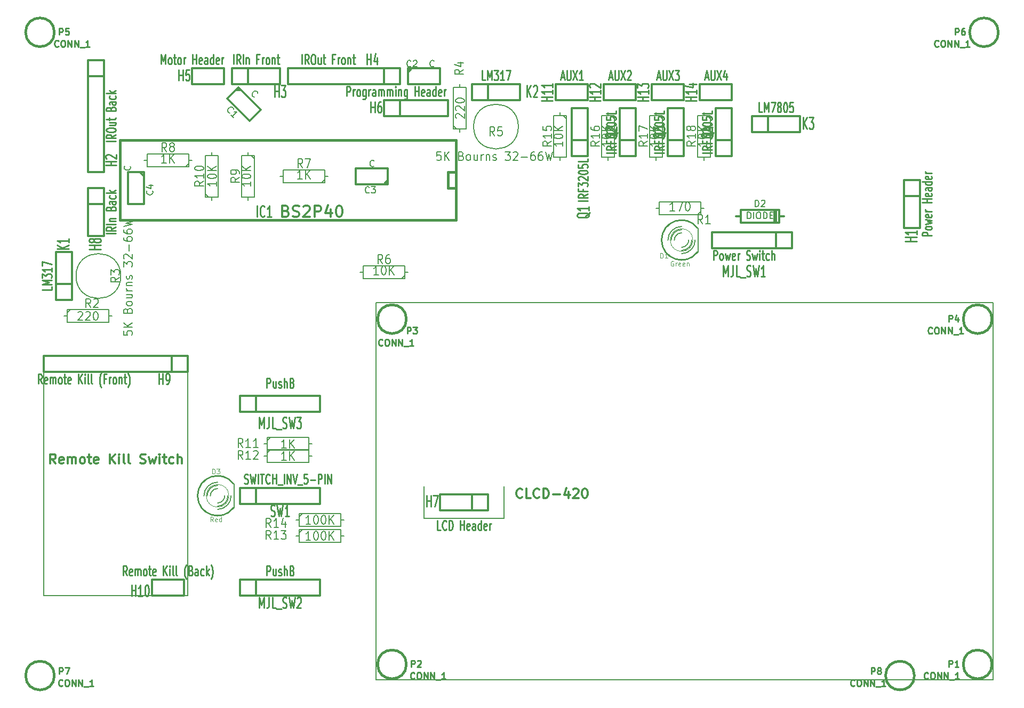
<source format=gto>
G04 (created by PCBNEW (2013-07-07 BZR 4022)-stable) date 12/23/2015 4:52:50 PM*
%MOIN*%
G04 Gerber Fmt 3.4, Leading zero omitted, Abs format*
%FSLAX34Y34*%
G01*
G70*
G90*
G04 APERTURE LIST*
%ADD10C,0.00590551*%
%ADD11C,0.00787402*%
%ADD12C,0.011811*%
%ADD13C,0.012*%
%ADD14C,0.008*%
%ADD15C,0.003*%
%ADD16C,0.01*%
%ADD17C,0.006*%
%ADD18C,0.015*%
%ADD19C,0.0107*%
%ADD20C,0.0106*%
%ADD21C,0.0035*%
%ADD22C,0.01125*%
G04 APERTURE END LIST*
G54D10*
G54D11*
X53000Y-50650D02*
X53000Y-51650D01*
X48000Y-51650D02*
X48000Y-50650D01*
X53000Y-52650D02*
X53000Y-51650D01*
X48000Y-52650D02*
X53000Y-52650D01*
X48000Y-51650D02*
X48000Y-52650D01*
X45000Y-39150D02*
X48000Y-39150D01*
X48000Y-39150D02*
X65500Y-39150D01*
X45000Y-62772D02*
X45000Y-58441D01*
X45000Y-39150D02*
X45000Y-43480D01*
X83582Y-39150D02*
X45000Y-39150D01*
X83582Y-62772D02*
X83582Y-39150D01*
X45000Y-62772D02*
X83582Y-62772D01*
X45000Y-39150D02*
X45000Y-62772D01*
X33250Y-57500D02*
X24250Y-57500D01*
X33250Y-57500D02*
X32500Y-57500D01*
X33250Y-57500D02*
X33250Y-42500D01*
X24250Y-42500D02*
X24250Y-57500D01*
X33250Y-42500D02*
X24250Y-42500D01*
G54D12*
X54143Y-51332D02*
X54115Y-51360D01*
X54031Y-51389D01*
X53975Y-51389D01*
X53890Y-51360D01*
X53834Y-51304D01*
X53806Y-51248D01*
X53778Y-51135D01*
X53778Y-51051D01*
X53806Y-50939D01*
X53834Y-50882D01*
X53890Y-50826D01*
X53975Y-50798D01*
X54031Y-50798D01*
X54115Y-50826D01*
X54143Y-50854D01*
X54678Y-51389D02*
X54397Y-51389D01*
X54397Y-50798D01*
X55212Y-51332D02*
X55184Y-51360D01*
X55100Y-51389D01*
X55043Y-51389D01*
X54959Y-51360D01*
X54903Y-51304D01*
X54875Y-51248D01*
X54847Y-51135D01*
X54847Y-51051D01*
X54875Y-50939D01*
X54903Y-50882D01*
X54959Y-50826D01*
X55043Y-50798D01*
X55100Y-50798D01*
X55184Y-50826D01*
X55212Y-50854D01*
X55465Y-51389D02*
X55465Y-50798D01*
X55606Y-50798D01*
X55690Y-50826D01*
X55746Y-50882D01*
X55775Y-50939D01*
X55803Y-51051D01*
X55803Y-51135D01*
X55775Y-51248D01*
X55746Y-51304D01*
X55690Y-51360D01*
X55606Y-51389D01*
X55465Y-51389D01*
X56056Y-51164D02*
X56506Y-51164D01*
X57040Y-50995D02*
X57040Y-51389D01*
X56899Y-50770D02*
X56759Y-51192D01*
X57124Y-51192D01*
X57321Y-50854D02*
X57349Y-50826D01*
X57406Y-50798D01*
X57546Y-50798D01*
X57602Y-50826D01*
X57631Y-50854D01*
X57659Y-50910D01*
X57659Y-50967D01*
X57631Y-51051D01*
X57293Y-51389D01*
X57659Y-51389D01*
X58024Y-50798D02*
X58080Y-50798D01*
X58137Y-50826D01*
X58165Y-50854D01*
X58193Y-50910D01*
X58221Y-51023D01*
X58221Y-51164D01*
X58193Y-51276D01*
X58165Y-51332D01*
X58137Y-51360D01*
X58080Y-51389D01*
X58024Y-51389D01*
X57968Y-51360D01*
X57940Y-51332D01*
X57912Y-51276D01*
X57884Y-51164D01*
X57884Y-51023D01*
X57912Y-50910D01*
X57940Y-50854D01*
X57968Y-50826D01*
X58024Y-50798D01*
X24981Y-49239D02*
X24784Y-48957D01*
X24644Y-49239D02*
X24644Y-48648D01*
X24869Y-48648D01*
X24925Y-48676D01*
X24953Y-48704D01*
X24981Y-48760D01*
X24981Y-48845D01*
X24953Y-48901D01*
X24925Y-48929D01*
X24869Y-48957D01*
X24644Y-48957D01*
X25459Y-49210D02*
X25403Y-49239D01*
X25291Y-49239D01*
X25234Y-49210D01*
X25206Y-49154D01*
X25206Y-48929D01*
X25234Y-48873D01*
X25291Y-48845D01*
X25403Y-48845D01*
X25459Y-48873D01*
X25487Y-48929D01*
X25487Y-48985D01*
X25206Y-49042D01*
X25741Y-49239D02*
X25741Y-48845D01*
X25741Y-48901D02*
X25769Y-48873D01*
X25825Y-48845D01*
X25909Y-48845D01*
X25965Y-48873D01*
X25994Y-48929D01*
X25994Y-49239D01*
X25994Y-48929D02*
X26022Y-48873D01*
X26078Y-48845D01*
X26162Y-48845D01*
X26219Y-48873D01*
X26247Y-48929D01*
X26247Y-49239D01*
X26612Y-49239D02*
X26556Y-49210D01*
X26528Y-49182D01*
X26500Y-49126D01*
X26500Y-48957D01*
X26528Y-48901D01*
X26556Y-48873D01*
X26612Y-48845D01*
X26697Y-48845D01*
X26753Y-48873D01*
X26781Y-48901D01*
X26809Y-48957D01*
X26809Y-49126D01*
X26781Y-49182D01*
X26753Y-49210D01*
X26697Y-49239D01*
X26612Y-49239D01*
X26978Y-48845D02*
X27203Y-48845D01*
X27062Y-48648D02*
X27062Y-49154D01*
X27090Y-49210D01*
X27147Y-49239D01*
X27203Y-49239D01*
X27625Y-49210D02*
X27568Y-49239D01*
X27456Y-49239D01*
X27400Y-49210D01*
X27372Y-49154D01*
X27372Y-48929D01*
X27400Y-48873D01*
X27456Y-48845D01*
X27568Y-48845D01*
X27625Y-48873D01*
X27653Y-48929D01*
X27653Y-48985D01*
X27372Y-49042D01*
X28356Y-49239D02*
X28356Y-48648D01*
X28693Y-49239D02*
X28440Y-48901D01*
X28693Y-48648D02*
X28356Y-48985D01*
X28946Y-49239D02*
X28946Y-48845D01*
X28946Y-48648D02*
X28918Y-48676D01*
X28946Y-48704D01*
X28974Y-48676D01*
X28946Y-48648D01*
X28946Y-48704D01*
X29312Y-49239D02*
X29256Y-49210D01*
X29228Y-49154D01*
X29228Y-48648D01*
X29621Y-49239D02*
X29565Y-49210D01*
X29537Y-49154D01*
X29537Y-48648D01*
X30268Y-49210D02*
X30352Y-49239D01*
X30493Y-49239D01*
X30549Y-49210D01*
X30577Y-49182D01*
X30606Y-49126D01*
X30606Y-49070D01*
X30577Y-49014D01*
X30549Y-48985D01*
X30493Y-48957D01*
X30381Y-48929D01*
X30324Y-48901D01*
X30296Y-48873D01*
X30268Y-48817D01*
X30268Y-48760D01*
X30296Y-48704D01*
X30324Y-48676D01*
X30381Y-48648D01*
X30521Y-48648D01*
X30606Y-48676D01*
X30802Y-48845D02*
X30915Y-49239D01*
X31027Y-48957D01*
X31140Y-49239D01*
X31252Y-48845D01*
X31477Y-49239D02*
X31477Y-48845D01*
X31477Y-48648D02*
X31449Y-48676D01*
X31477Y-48704D01*
X31505Y-48676D01*
X31477Y-48648D01*
X31477Y-48704D01*
X31674Y-48845D02*
X31899Y-48845D01*
X31758Y-48648D02*
X31758Y-49154D01*
X31787Y-49210D01*
X31843Y-49239D01*
X31899Y-49239D01*
X32349Y-49210D02*
X32293Y-49239D01*
X32180Y-49239D01*
X32124Y-49210D01*
X32096Y-49182D01*
X32068Y-49126D01*
X32068Y-48957D01*
X32096Y-48901D01*
X32124Y-48873D01*
X32180Y-48845D01*
X32293Y-48845D01*
X32349Y-48873D01*
X32602Y-49239D02*
X32602Y-48648D01*
X32855Y-49239D02*
X32855Y-48929D01*
X32827Y-48873D01*
X32771Y-48845D01*
X32687Y-48845D01*
X32630Y-48873D01*
X32602Y-48901D01*
G54D13*
X24250Y-43500D02*
X24250Y-42500D01*
X24250Y-42500D02*
X33250Y-42500D01*
X33250Y-42500D02*
X33250Y-43500D01*
X24250Y-43500D02*
X33250Y-43500D01*
X32250Y-43500D02*
X32250Y-42500D01*
X46500Y-25500D02*
X46500Y-25500D01*
X46500Y-25500D02*
X39500Y-25500D01*
X39500Y-25500D02*
X39500Y-24500D01*
X39500Y-24500D02*
X46500Y-24500D01*
X46500Y-24500D02*
X46500Y-25500D01*
X45500Y-24500D02*
X45500Y-24500D01*
X45500Y-24500D02*
X45500Y-25500D01*
X28000Y-24000D02*
X28000Y-24000D01*
X28000Y-24000D02*
X28000Y-31000D01*
X28000Y-31000D02*
X27000Y-31000D01*
X27000Y-31000D02*
X27000Y-24000D01*
X27000Y-24000D02*
X28000Y-24000D01*
X27000Y-25000D02*
X27000Y-25000D01*
X27000Y-25000D02*
X28000Y-25000D01*
X36500Y-51750D02*
X36500Y-50750D01*
X36500Y-50750D02*
X41500Y-50750D01*
X41500Y-50750D02*
X41500Y-51750D01*
X41500Y-51750D02*
X36500Y-51750D01*
X37500Y-51750D02*
X37500Y-50750D01*
X36500Y-46000D02*
X36500Y-45000D01*
X36500Y-45000D02*
X41500Y-45000D01*
X41500Y-45000D02*
X41500Y-46000D01*
X41500Y-46000D02*
X36500Y-46000D01*
X37500Y-46000D02*
X37500Y-45000D01*
X36500Y-57500D02*
X36500Y-56500D01*
X36500Y-56500D02*
X41500Y-56500D01*
X41500Y-56500D02*
X41500Y-57500D01*
X41500Y-57500D02*
X36500Y-57500D01*
X37500Y-57500D02*
X37500Y-56500D01*
X71000Y-34750D02*
X71000Y-35750D01*
X71000Y-35750D02*
X66000Y-35750D01*
X66000Y-35750D02*
X66000Y-34750D01*
X66000Y-34750D02*
X71000Y-34750D01*
X70000Y-34750D02*
X70000Y-35750D01*
X45500Y-26500D02*
X45500Y-26500D01*
X45500Y-27500D02*
X45500Y-26500D01*
X45500Y-26500D02*
X45500Y-26500D01*
X45500Y-26500D02*
X49500Y-26500D01*
X49500Y-26500D02*
X49500Y-27500D01*
X49500Y-27500D02*
X45500Y-27500D01*
X46500Y-27500D02*
X46500Y-26500D01*
X52000Y-51150D02*
X52000Y-52150D01*
X52000Y-52150D02*
X49000Y-52150D01*
X49000Y-52150D02*
X49000Y-51150D01*
X49000Y-51150D02*
X52000Y-51150D01*
X51000Y-52150D02*
X51000Y-51150D01*
X58250Y-30000D02*
X57250Y-30000D01*
X57250Y-30000D02*
X57250Y-27000D01*
X57250Y-27000D02*
X58250Y-27000D01*
X58250Y-27000D02*
X58250Y-30000D01*
X57250Y-29000D02*
X58250Y-29000D01*
X78000Y-31500D02*
X79000Y-31500D01*
X79000Y-31500D02*
X79000Y-34500D01*
X79000Y-34500D02*
X78000Y-34500D01*
X78000Y-34500D02*
X78000Y-31500D01*
X79000Y-32500D02*
X78000Y-32500D01*
X26000Y-39000D02*
X25000Y-39000D01*
X25000Y-39000D02*
X25000Y-36000D01*
X25000Y-36000D02*
X26000Y-36000D01*
X26000Y-36000D02*
X26000Y-39000D01*
X25000Y-38000D02*
X26000Y-38000D01*
X27000Y-32000D02*
X28000Y-32000D01*
X28000Y-32000D02*
X28000Y-35000D01*
X28000Y-35000D02*
X27000Y-35000D01*
X27000Y-35000D02*
X27000Y-32000D01*
X28000Y-33000D02*
X27000Y-33000D01*
X51000Y-26500D02*
X51000Y-25500D01*
X51000Y-25500D02*
X54000Y-25500D01*
X54000Y-25500D02*
X54000Y-26500D01*
X54000Y-26500D02*
X51000Y-26500D01*
X52000Y-25500D02*
X52000Y-26500D01*
X68500Y-28500D02*
X68500Y-27500D01*
X68500Y-27500D02*
X71500Y-27500D01*
X71500Y-27500D02*
X71500Y-28500D01*
X71500Y-28500D02*
X68500Y-28500D01*
X69500Y-27500D02*
X69500Y-28500D01*
X36000Y-25500D02*
X36000Y-24500D01*
X36000Y-24500D02*
X39000Y-24500D01*
X39000Y-24500D02*
X39000Y-25500D01*
X39000Y-25500D02*
X36000Y-25500D01*
X37000Y-24500D02*
X37000Y-25500D01*
X62250Y-26500D02*
X62250Y-25500D01*
X62250Y-25500D02*
X64250Y-25500D01*
X64250Y-25500D02*
X64250Y-26500D01*
X64250Y-26500D02*
X62250Y-26500D01*
X65250Y-26500D02*
X65250Y-25500D01*
X65250Y-25500D02*
X67250Y-25500D01*
X67250Y-25500D02*
X67250Y-26500D01*
X67250Y-26500D02*
X65250Y-26500D01*
X59250Y-26500D02*
X59250Y-25500D01*
X59250Y-25500D02*
X61250Y-25500D01*
X61250Y-25500D02*
X61250Y-26500D01*
X61250Y-26500D02*
X59250Y-26500D01*
X56250Y-26500D02*
X56250Y-25500D01*
X56250Y-25500D02*
X58250Y-25500D01*
X58250Y-25500D02*
X58250Y-26500D01*
X58250Y-26500D02*
X56250Y-26500D01*
X33500Y-25500D02*
X33500Y-24500D01*
X33500Y-24500D02*
X35500Y-24500D01*
X35500Y-24500D02*
X35500Y-25500D01*
X35500Y-25500D02*
X33500Y-25500D01*
X31000Y-57500D02*
X31000Y-56500D01*
X31000Y-56500D02*
X33000Y-56500D01*
X33000Y-56500D02*
X33000Y-57500D01*
X33000Y-57500D02*
X31000Y-57500D01*
G54D14*
X29050Y-37500D02*
G75*
G03X29050Y-37500I-1400J0D01*
G74*
G01*
X53900Y-28150D02*
G75*
G03X53900Y-28150I-1400J0D01*
G74*
G01*
X62500Y-27250D02*
X62500Y-27450D01*
X62500Y-30250D02*
X62500Y-30050D01*
X62500Y-30050D02*
X62900Y-30050D01*
X62900Y-30050D02*
X62900Y-27450D01*
X62900Y-27450D02*
X62100Y-27450D01*
X62100Y-27450D02*
X62100Y-30050D01*
X62100Y-30050D02*
X62500Y-30050D01*
X62700Y-27450D02*
X62900Y-27650D01*
X59500Y-27250D02*
X59500Y-27450D01*
X59500Y-30250D02*
X59500Y-30050D01*
X59500Y-30050D02*
X59900Y-30050D01*
X59900Y-30050D02*
X59900Y-27450D01*
X59900Y-27450D02*
X59100Y-27450D01*
X59100Y-27450D02*
X59100Y-30050D01*
X59100Y-30050D02*
X59500Y-30050D01*
X59700Y-27450D02*
X59900Y-27650D01*
X65500Y-27250D02*
X65500Y-27450D01*
X65500Y-30250D02*
X65500Y-30050D01*
X65500Y-30050D02*
X65900Y-30050D01*
X65900Y-30050D02*
X65900Y-27450D01*
X65900Y-27450D02*
X65100Y-27450D01*
X65100Y-27450D02*
X65100Y-30050D01*
X65100Y-30050D02*
X65500Y-30050D01*
X65700Y-27450D02*
X65900Y-27650D01*
X56500Y-27250D02*
X56500Y-27450D01*
X56500Y-30250D02*
X56500Y-30050D01*
X56500Y-30050D02*
X56900Y-30050D01*
X56900Y-30050D02*
X56900Y-27450D01*
X56900Y-27450D02*
X56100Y-27450D01*
X56100Y-27450D02*
X56100Y-30050D01*
X56100Y-30050D02*
X56500Y-30050D01*
X56700Y-27450D02*
X56900Y-27650D01*
X34750Y-32750D02*
X34750Y-32550D01*
X34750Y-29750D02*
X34750Y-29950D01*
X34750Y-29950D02*
X34350Y-29950D01*
X34350Y-29950D02*
X34350Y-32550D01*
X34350Y-32550D02*
X35150Y-32550D01*
X35150Y-32550D02*
X35150Y-29950D01*
X35150Y-29950D02*
X34750Y-29950D01*
X34550Y-32550D02*
X34350Y-32350D01*
X40000Y-52750D02*
X40200Y-52750D01*
X43000Y-52750D02*
X42800Y-52750D01*
X42800Y-52750D02*
X42800Y-52350D01*
X42800Y-52350D02*
X40200Y-52350D01*
X40200Y-52350D02*
X40200Y-53150D01*
X40200Y-53150D02*
X42800Y-53150D01*
X42800Y-53150D02*
X42800Y-52750D01*
X40200Y-52550D02*
X40400Y-52350D01*
X38000Y-48000D02*
X38200Y-48000D01*
X41000Y-48000D02*
X40800Y-48000D01*
X40800Y-48000D02*
X40800Y-47600D01*
X40800Y-47600D02*
X38200Y-47600D01*
X38200Y-47600D02*
X38200Y-48400D01*
X38200Y-48400D02*
X40800Y-48400D01*
X40800Y-48400D02*
X40800Y-48000D01*
X38200Y-47800D02*
X38400Y-47600D01*
X38000Y-48750D02*
X38200Y-48750D01*
X41000Y-48750D02*
X40800Y-48750D01*
X40800Y-48750D02*
X40800Y-48350D01*
X40800Y-48350D02*
X38200Y-48350D01*
X38200Y-48350D02*
X38200Y-49150D01*
X38200Y-49150D02*
X40800Y-49150D01*
X40800Y-49150D02*
X40800Y-48750D01*
X38200Y-48550D02*
X38400Y-48350D01*
X37000Y-29750D02*
X37000Y-29950D01*
X37000Y-32750D02*
X37000Y-32550D01*
X37000Y-32550D02*
X37400Y-32550D01*
X37400Y-32550D02*
X37400Y-29950D01*
X37400Y-29950D02*
X36600Y-29950D01*
X36600Y-29950D02*
X36600Y-32550D01*
X36600Y-32550D02*
X37000Y-32550D01*
X37200Y-29950D02*
X37400Y-30150D01*
X65500Y-33250D02*
X65300Y-33250D01*
X62500Y-33250D02*
X62700Y-33250D01*
X62700Y-33250D02*
X62700Y-33650D01*
X62700Y-33650D02*
X65300Y-33650D01*
X65300Y-33650D02*
X65300Y-32850D01*
X65300Y-32850D02*
X62700Y-32850D01*
X62700Y-32850D02*
X62700Y-33250D01*
X65300Y-33450D02*
X65100Y-33650D01*
X40000Y-53750D02*
X40200Y-53750D01*
X43000Y-53750D02*
X42800Y-53750D01*
X42800Y-53750D02*
X42800Y-53350D01*
X42800Y-53350D02*
X40200Y-53350D01*
X40200Y-53350D02*
X40200Y-54150D01*
X40200Y-54150D02*
X42800Y-54150D01*
X42800Y-54150D02*
X42800Y-53750D01*
X40200Y-53550D02*
X40400Y-53350D01*
X47000Y-37250D02*
X46800Y-37250D01*
X44000Y-37250D02*
X44200Y-37250D01*
X44200Y-37250D02*
X44200Y-37650D01*
X44200Y-37650D02*
X46800Y-37650D01*
X46800Y-37650D02*
X46800Y-36850D01*
X46800Y-36850D02*
X44200Y-36850D01*
X44200Y-36850D02*
X44200Y-37250D01*
X46800Y-37450D02*
X46600Y-37650D01*
X50250Y-28500D02*
X50250Y-28300D01*
X50250Y-25500D02*
X50250Y-25700D01*
X50250Y-25700D02*
X49850Y-25700D01*
X49850Y-25700D02*
X49850Y-28300D01*
X49850Y-28300D02*
X50650Y-28300D01*
X50650Y-28300D02*
X50650Y-25700D01*
X50650Y-25700D02*
X50250Y-25700D01*
X50050Y-28300D02*
X49850Y-28100D01*
X33500Y-30250D02*
X33300Y-30250D01*
X30500Y-30250D02*
X30700Y-30250D01*
X30700Y-30250D02*
X30700Y-30650D01*
X30700Y-30650D02*
X33300Y-30650D01*
X33300Y-30650D02*
X33300Y-29850D01*
X33300Y-29850D02*
X30700Y-29850D01*
X30700Y-29850D02*
X30700Y-30250D01*
X33300Y-30450D02*
X33100Y-30650D01*
X25500Y-40000D02*
X25700Y-40000D01*
X28500Y-40000D02*
X28300Y-40000D01*
X28300Y-40000D02*
X28300Y-39600D01*
X28300Y-39600D02*
X25700Y-39600D01*
X25700Y-39600D02*
X25700Y-40400D01*
X25700Y-40400D02*
X28300Y-40400D01*
X28300Y-40400D02*
X28300Y-40000D01*
X25700Y-39800D02*
X25900Y-39600D01*
X42000Y-31250D02*
X41800Y-31250D01*
X39000Y-31250D02*
X39200Y-31250D01*
X39200Y-31250D02*
X39200Y-31650D01*
X39200Y-31650D02*
X41800Y-31650D01*
X41800Y-31650D02*
X41800Y-30850D01*
X41800Y-30850D02*
X39200Y-30850D01*
X39200Y-30850D02*
X39200Y-31250D01*
X41800Y-31450D02*
X41600Y-31650D01*
X36120Y-52000D02*
X36120Y-50500D01*
G54D15*
X35807Y-51250D02*
G75*
G03X35807Y-51250I-707J0D01*
G74*
G01*
G54D16*
X36099Y-50499D02*
G75*
G03X36099Y-52000I-999J-750D01*
G74*
G01*
G54D17*
X35100Y-50800D02*
G75*
G03X34650Y-51250I0J-450D01*
G74*
G01*
X35100Y-51700D02*
G75*
G03X35550Y-51250I0J450D01*
G74*
G01*
X35100Y-50600D02*
G75*
G03X34450Y-51250I0J-650D01*
G74*
G01*
X35100Y-51900D02*
G75*
G03X35750Y-51250I0J650D01*
G74*
G01*
X35100Y-50400D02*
G75*
G03X34250Y-51250I0J-850D01*
G74*
G01*
X35100Y-52100D02*
G75*
G03X35950Y-51250I0J850D01*
G74*
G01*
G54D14*
X65120Y-36000D02*
X65120Y-34500D01*
G54D15*
X64807Y-35250D02*
G75*
G03X64807Y-35250I-707J0D01*
G74*
G01*
G54D16*
X65099Y-34499D02*
G75*
G03X65099Y-36000I-999J-750D01*
G74*
G01*
G54D17*
X64100Y-34800D02*
G75*
G03X63650Y-35250I0J-450D01*
G74*
G01*
X64100Y-35700D02*
G75*
G03X64550Y-35250I0J450D01*
G74*
G01*
X64100Y-34600D02*
G75*
G03X63450Y-35250I0J-650D01*
G74*
G01*
X64100Y-35900D02*
G75*
G03X64750Y-35250I0J650D01*
G74*
G01*
X64100Y-34400D02*
G75*
G03X63250Y-35250I0J-850D01*
G74*
G01*
X64100Y-36100D02*
G75*
G03X64950Y-35250I0J850D01*
G74*
G01*
G54D18*
X50000Y-32000D02*
X49500Y-32000D01*
X49500Y-32000D02*
X49500Y-31000D01*
X49500Y-31000D02*
X50000Y-31000D01*
X50000Y-34000D02*
X29000Y-34000D01*
X29000Y-34000D02*
X29000Y-29000D01*
X29000Y-29000D02*
X50000Y-29000D01*
X50000Y-29000D02*
X50000Y-34000D01*
G54D13*
X70500Y-33750D02*
X70200Y-33750D01*
X70200Y-33750D02*
X70200Y-33350D01*
X70200Y-33350D02*
X67800Y-33350D01*
X67800Y-33350D02*
X67800Y-33750D01*
X67800Y-33750D02*
X67500Y-33750D01*
X67800Y-33750D02*
X67800Y-34150D01*
X67800Y-34150D02*
X70200Y-34150D01*
X70200Y-34150D02*
X70200Y-33750D01*
X70000Y-33350D02*
X70000Y-34150D01*
X69900Y-34150D02*
X69900Y-33350D01*
X36410Y-25703D02*
X37810Y-27103D01*
X37810Y-27103D02*
X37103Y-27810D01*
X37103Y-27810D02*
X35689Y-26396D01*
X35689Y-26396D02*
X36396Y-25689D01*
X36219Y-25866D02*
X36573Y-25866D01*
X30500Y-31020D02*
X30500Y-33000D01*
X30500Y-33000D02*
X29500Y-33000D01*
X29500Y-33000D02*
X29500Y-31000D01*
X29500Y-31000D02*
X30500Y-31000D01*
X30250Y-31000D02*
X30500Y-31250D01*
X45730Y-31750D02*
X43750Y-31750D01*
X43750Y-31750D02*
X43750Y-30750D01*
X43750Y-30750D02*
X45750Y-30750D01*
X45750Y-30750D02*
X45750Y-31750D01*
X45750Y-31500D02*
X45500Y-31750D01*
X47020Y-24500D02*
X49000Y-24500D01*
X49000Y-24500D02*
X49000Y-25500D01*
X49000Y-25500D02*
X47000Y-25500D01*
X47000Y-25500D02*
X47000Y-24500D01*
X47000Y-24750D02*
X47250Y-24500D01*
G54D18*
X83500Y-61800D02*
G75*
G03X83500Y-61800I-900J0D01*
G74*
G01*
X46900Y-61800D02*
G75*
G03X46900Y-61800I-900J0D01*
G74*
G01*
X46900Y-40200D02*
G75*
G03X46900Y-40200I-900J0D01*
G74*
G01*
X83500Y-40200D02*
G75*
G03X83500Y-40200I-900J0D01*
G74*
G01*
X24900Y-22250D02*
G75*
G03X24900Y-22250I-900J0D01*
G74*
G01*
X83900Y-22250D02*
G75*
G03X83900Y-22250I-900J0D01*
G74*
G01*
X24900Y-62500D02*
G75*
G03X24900Y-62500I-900J0D01*
G74*
G01*
X78650Y-62500D02*
G75*
G03X78650Y-62500I-900J0D01*
G74*
G01*
G54D13*
X61250Y-30000D02*
X60250Y-30000D01*
X60250Y-30000D02*
X60250Y-27000D01*
X60250Y-27000D02*
X61250Y-27000D01*
X61250Y-27000D02*
X61250Y-30000D01*
X60250Y-29000D02*
X61250Y-29000D01*
X64250Y-30000D02*
X63250Y-30000D01*
X63250Y-30000D02*
X63250Y-27000D01*
X63250Y-27000D02*
X64250Y-27000D01*
X64250Y-27000D02*
X64250Y-30000D01*
X63250Y-29000D02*
X64250Y-29000D01*
X67250Y-30000D02*
X66250Y-30000D01*
X66250Y-30000D02*
X66250Y-27000D01*
X66250Y-27000D02*
X67250Y-27000D01*
X67250Y-27000D02*
X67250Y-30000D01*
X66250Y-29000D02*
X67250Y-29000D01*
G54D19*
X31423Y-44275D02*
X31423Y-43594D01*
X31423Y-43918D02*
X31668Y-43918D01*
X31668Y-44275D02*
X31668Y-43594D01*
X31892Y-44275D02*
X31974Y-44275D01*
X32014Y-44243D01*
X32035Y-44210D01*
X32076Y-44113D01*
X32096Y-43983D01*
X32096Y-43724D01*
X32076Y-43659D01*
X32055Y-43627D01*
X32014Y-43594D01*
X31933Y-43594D01*
X31892Y-43627D01*
X31872Y-43659D01*
X31851Y-43724D01*
X31851Y-43886D01*
X31872Y-43951D01*
X31892Y-43983D01*
X31933Y-44016D01*
X32014Y-44016D01*
X32055Y-43983D01*
X32076Y-43951D01*
X32096Y-43886D01*
G54D13*
G54D16*
X24121Y-44242D02*
X23988Y-43957D01*
X23892Y-44242D02*
X23892Y-43642D01*
X24045Y-43642D01*
X24083Y-43671D01*
X24102Y-43700D01*
X24121Y-43757D01*
X24121Y-43842D01*
X24102Y-43900D01*
X24083Y-43928D01*
X24045Y-43957D01*
X23892Y-43957D01*
X24445Y-44214D02*
X24407Y-44242D01*
X24330Y-44242D01*
X24292Y-44214D01*
X24273Y-44157D01*
X24273Y-43928D01*
X24292Y-43871D01*
X24330Y-43842D01*
X24407Y-43842D01*
X24445Y-43871D01*
X24464Y-43928D01*
X24464Y-43985D01*
X24273Y-44042D01*
X24635Y-44242D02*
X24635Y-43842D01*
X24635Y-43900D02*
X24654Y-43871D01*
X24692Y-43842D01*
X24750Y-43842D01*
X24788Y-43871D01*
X24807Y-43928D01*
X24807Y-44242D01*
X24807Y-43928D02*
X24826Y-43871D01*
X24864Y-43842D01*
X24921Y-43842D01*
X24959Y-43871D01*
X24978Y-43928D01*
X24978Y-44242D01*
X25226Y-44242D02*
X25188Y-44214D01*
X25169Y-44185D01*
X25150Y-44128D01*
X25150Y-43957D01*
X25169Y-43900D01*
X25188Y-43871D01*
X25226Y-43842D01*
X25283Y-43842D01*
X25321Y-43871D01*
X25340Y-43900D01*
X25359Y-43957D01*
X25359Y-44128D01*
X25340Y-44185D01*
X25321Y-44214D01*
X25283Y-44242D01*
X25226Y-44242D01*
X25473Y-43842D02*
X25626Y-43842D01*
X25530Y-43642D02*
X25530Y-44157D01*
X25550Y-44214D01*
X25588Y-44242D01*
X25626Y-44242D01*
X25911Y-44214D02*
X25873Y-44242D01*
X25797Y-44242D01*
X25759Y-44214D01*
X25740Y-44157D01*
X25740Y-43928D01*
X25759Y-43871D01*
X25797Y-43842D01*
X25873Y-43842D01*
X25911Y-43871D01*
X25930Y-43928D01*
X25930Y-43985D01*
X25740Y-44042D01*
X26407Y-44242D02*
X26407Y-43642D01*
X26635Y-44242D02*
X26464Y-43900D01*
X26635Y-43642D02*
X26407Y-43985D01*
X26807Y-44242D02*
X26807Y-43842D01*
X26807Y-43642D02*
X26788Y-43671D01*
X26807Y-43700D01*
X26826Y-43671D01*
X26807Y-43642D01*
X26807Y-43700D01*
X27054Y-44242D02*
X27016Y-44214D01*
X26997Y-44157D01*
X26997Y-43642D01*
X27264Y-44242D02*
X27226Y-44214D01*
X27207Y-44157D01*
X27207Y-43642D01*
X27835Y-44471D02*
X27816Y-44442D01*
X27778Y-44357D01*
X27759Y-44300D01*
X27740Y-44214D01*
X27721Y-44071D01*
X27721Y-43957D01*
X27740Y-43814D01*
X27759Y-43728D01*
X27778Y-43671D01*
X27816Y-43585D01*
X27835Y-43557D01*
X28121Y-43928D02*
X27988Y-43928D01*
X27988Y-44242D02*
X27988Y-43642D01*
X28178Y-43642D01*
X28330Y-44242D02*
X28330Y-43842D01*
X28330Y-43957D02*
X28350Y-43900D01*
X28369Y-43871D01*
X28407Y-43842D01*
X28445Y-43842D01*
X28635Y-44242D02*
X28597Y-44214D01*
X28578Y-44185D01*
X28559Y-44128D01*
X28559Y-43957D01*
X28578Y-43900D01*
X28597Y-43871D01*
X28635Y-43842D01*
X28692Y-43842D01*
X28730Y-43871D01*
X28749Y-43900D01*
X28769Y-43957D01*
X28769Y-44128D01*
X28749Y-44185D01*
X28730Y-44214D01*
X28692Y-44242D01*
X28635Y-44242D01*
X28940Y-43842D02*
X28940Y-44242D01*
X28940Y-43900D02*
X28959Y-43871D01*
X28997Y-43842D01*
X29054Y-43842D01*
X29092Y-43871D01*
X29111Y-43928D01*
X29111Y-44242D01*
X29245Y-43842D02*
X29397Y-43842D01*
X29302Y-43642D02*
X29302Y-44157D01*
X29321Y-44214D01*
X29359Y-44242D01*
X29397Y-44242D01*
X29492Y-44471D02*
X29511Y-44442D01*
X29549Y-44357D01*
X29569Y-44300D01*
X29588Y-44214D01*
X29607Y-44071D01*
X29607Y-43957D01*
X29588Y-43814D01*
X29569Y-43728D01*
X29549Y-43671D01*
X29511Y-43585D01*
X29492Y-43557D01*
G54D13*
G54D19*
X44423Y-24275D02*
X44423Y-23594D01*
X44423Y-23918D02*
X44668Y-23918D01*
X44668Y-24275D02*
X44668Y-23594D01*
X45055Y-23821D02*
X45055Y-24275D01*
X44953Y-23562D02*
X44851Y-24048D01*
X45116Y-24048D01*
G54D13*
G54D16*
X40371Y-24242D02*
X40371Y-23642D01*
X40790Y-24242D02*
X40657Y-23957D01*
X40561Y-24242D02*
X40561Y-23642D01*
X40714Y-23642D01*
X40752Y-23671D01*
X40771Y-23700D01*
X40790Y-23757D01*
X40790Y-23842D01*
X40771Y-23900D01*
X40752Y-23928D01*
X40714Y-23957D01*
X40561Y-23957D01*
X41038Y-23642D02*
X41114Y-23642D01*
X41152Y-23671D01*
X41190Y-23728D01*
X41209Y-23842D01*
X41209Y-24042D01*
X41190Y-24157D01*
X41152Y-24214D01*
X41114Y-24242D01*
X41038Y-24242D01*
X41000Y-24214D01*
X40961Y-24157D01*
X40942Y-24042D01*
X40942Y-23842D01*
X40961Y-23728D01*
X41000Y-23671D01*
X41038Y-23642D01*
X41552Y-23842D02*
X41552Y-24242D01*
X41380Y-23842D02*
X41380Y-24157D01*
X41400Y-24214D01*
X41438Y-24242D01*
X41495Y-24242D01*
X41533Y-24214D01*
X41552Y-24185D01*
X41685Y-23842D02*
X41838Y-23842D01*
X41742Y-23642D02*
X41742Y-24157D01*
X41761Y-24214D01*
X41800Y-24242D01*
X41838Y-24242D01*
X42409Y-23928D02*
X42276Y-23928D01*
X42276Y-24242D02*
X42276Y-23642D01*
X42466Y-23642D01*
X42619Y-24242D02*
X42619Y-23842D01*
X42619Y-23957D02*
X42638Y-23900D01*
X42657Y-23871D01*
X42695Y-23842D01*
X42733Y-23842D01*
X42923Y-24242D02*
X42885Y-24214D01*
X42866Y-24185D01*
X42847Y-24128D01*
X42847Y-23957D01*
X42866Y-23900D01*
X42885Y-23871D01*
X42923Y-23842D01*
X42980Y-23842D01*
X43019Y-23871D01*
X43038Y-23900D01*
X43057Y-23957D01*
X43057Y-24128D01*
X43038Y-24185D01*
X43019Y-24214D01*
X42980Y-24242D01*
X42923Y-24242D01*
X43228Y-23842D02*
X43228Y-24242D01*
X43228Y-23900D02*
X43247Y-23871D01*
X43285Y-23842D01*
X43342Y-23842D01*
X43380Y-23871D01*
X43400Y-23928D01*
X43400Y-24242D01*
X43533Y-23842D02*
X43685Y-23842D01*
X43590Y-23642D02*
X43590Y-24157D01*
X43609Y-24214D01*
X43647Y-24242D01*
X43685Y-24242D01*
G54D13*
G54D19*
X28775Y-30576D02*
X28094Y-30576D01*
X28418Y-30576D02*
X28418Y-30331D01*
X28775Y-30331D02*
X28094Y-30331D01*
X28159Y-30148D02*
X28127Y-30127D01*
X28094Y-30086D01*
X28094Y-29985D01*
X28127Y-29944D01*
X28159Y-29923D01*
X28224Y-29903D01*
X28289Y-29903D01*
X28386Y-29923D01*
X28775Y-30168D01*
X28775Y-29903D01*
G54D13*
G54D16*
X28742Y-29071D02*
X28142Y-29071D01*
X28742Y-28652D02*
X28457Y-28785D01*
X28742Y-28880D02*
X28142Y-28880D01*
X28142Y-28728D01*
X28171Y-28690D01*
X28200Y-28671D01*
X28257Y-28652D01*
X28342Y-28652D01*
X28400Y-28671D01*
X28428Y-28690D01*
X28457Y-28728D01*
X28457Y-28880D01*
X28142Y-28404D02*
X28142Y-28328D01*
X28171Y-28290D01*
X28228Y-28252D01*
X28342Y-28233D01*
X28542Y-28233D01*
X28657Y-28252D01*
X28714Y-28290D01*
X28742Y-28328D01*
X28742Y-28404D01*
X28714Y-28442D01*
X28657Y-28480D01*
X28542Y-28499D01*
X28342Y-28499D01*
X28228Y-28480D01*
X28171Y-28442D01*
X28142Y-28404D01*
X28342Y-27890D02*
X28742Y-27890D01*
X28342Y-28061D02*
X28657Y-28061D01*
X28714Y-28042D01*
X28742Y-28004D01*
X28742Y-27947D01*
X28714Y-27909D01*
X28685Y-27890D01*
X28342Y-27757D02*
X28342Y-27604D01*
X28142Y-27699D02*
X28657Y-27699D01*
X28714Y-27680D01*
X28742Y-27642D01*
X28742Y-27604D01*
X28428Y-27033D02*
X28457Y-26976D01*
X28485Y-26957D01*
X28542Y-26938D01*
X28628Y-26938D01*
X28685Y-26957D01*
X28714Y-26976D01*
X28742Y-27014D01*
X28742Y-27166D01*
X28142Y-27166D01*
X28142Y-27033D01*
X28171Y-26995D01*
X28200Y-26976D01*
X28257Y-26957D01*
X28314Y-26957D01*
X28371Y-26976D01*
X28400Y-26995D01*
X28428Y-27033D01*
X28428Y-27166D01*
X28742Y-26595D02*
X28428Y-26595D01*
X28371Y-26614D01*
X28342Y-26652D01*
X28342Y-26728D01*
X28371Y-26766D01*
X28714Y-26595D02*
X28742Y-26633D01*
X28742Y-26728D01*
X28714Y-26766D01*
X28657Y-26785D01*
X28600Y-26785D01*
X28542Y-26766D01*
X28514Y-26728D01*
X28514Y-26633D01*
X28485Y-26595D01*
X28714Y-26233D02*
X28742Y-26271D01*
X28742Y-26347D01*
X28714Y-26385D01*
X28685Y-26404D01*
X28628Y-26423D01*
X28457Y-26423D01*
X28400Y-26404D01*
X28371Y-26385D01*
X28342Y-26347D01*
X28342Y-26271D01*
X28371Y-26233D01*
X28742Y-26061D02*
X28142Y-26061D01*
X28514Y-26023D02*
X28742Y-25909D01*
X28342Y-25909D02*
X28571Y-26061D01*
G54D13*
G54D19*
X38429Y-52493D02*
X38490Y-52525D01*
X38592Y-52525D01*
X38633Y-52493D01*
X38653Y-52460D01*
X38673Y-52395D01*
X38673Y-52331D01*
X38653Y-52266D01*
X38633Y-52233D01*
X38592Y-52201D01*
X38510Y-52168D01*
X38470Y-52136D01*
X38449Y-52104D01*
X38429Y-52039D01*
X38429Y-51974D01*
X38449Y-51909D01*
X38470Y-51877D01*
X38510Y-51844D01*
X38612Y-51844D01*
X38673Y-51877D01*
X38816Y-51844D02*
X38918Y-52525D01*
X39000Y-52039D01*
X39081Y-52525D01*
X39183Y-51844D01*
X39570Y-52525D02*
X39326Y-52525D01*
X39448Y-52525D02*
X39448Y-51844D01*
X39407Y-51941D01*
X39366Y-52006D01*
X39326Y-52039D01*
G54D13*
G54D16*
X36776Y-50464D02*
X36833Y-50492D01*
X36928Y-50492D01*
X36966Y-50464D01*
X36985Y-50435D01*
X37004Y-50378D01*
X37004Y-50321D01*
X36985Y-50264D01*
X36966Y-50235D01*
X36928Y-50207D01*
X36852Y-50178D01*
X36814Y-50150D01*
X36795Y-50121D01*
X36776Y-50064D01*
X36776Y-50007D01*
X36795Y-49950D01*
X36814Y-49921D01*
X36852Y-49892D01*
X36947Y-49892D01*
X37004Y-49921D01*
X37138Y-49892D02*
X37233Y-50492D01*
X37309Y-50064D01*
X37385Y-50492D01*
X37480Y-49892D01*
X37633Y-50492D02*
X37633Y-49892D01*
X37766Y-49892D02*
X37995Y-49892D01*
X37880Y-50492D02*
X37880Y-49892D01*
X38357Y-50435D02*
X38338Y-50464D01*
X38280Y-50492D01*
X38242Y-50492D01*
X38185Y-50464D01*
X38147Y-50407D01*
X38128Y-50350D01*
X38109Y-50235D01*
X38109Y-50150D01*
X38128Y-50035D01*
X38147Y-49978D01*
X38185Y-49921D01*
X38242Y-49892D01*
X38280Y-49892D01*
X38338Y-49921D01*
X38357Y-49950D01*
X38528Y-50492D02*
X38528Y-49892D01*
X38528Y-50178D02*
X38757Y-50178D01*
X38757Y-50492D02*
X38757Y-49892D01*
X38852Y-50550D02*
X39157Y-50550D01*
X39252Y-50492D02*
X39252Y-49892D01*
X39442Y-50492D02*
X39442Y-49892D01*
X39671Y-50492D01*
X39671Y-49892D01*
X39804Y-49892D02*
X39938Y-50492D01*
X40071Y-49892D01*
X40109Y-50550D02*
X40414Y-50550D01*
X40700Y-49892D02*
X40509Y-49892D01*
X40490Y-50178D01*
X40509Y-50150D01*
X40547Y-50121D01*
X40642Y-50121D01*
X40680Y-50150D01*
X40700Y-50178D01*
X40719Y-50235D01*
X40719Y-50378D01*
X40700Y-50435D01*
X40680Y-50464D01*
X40642Y-50492D01*
X40547Y-50492D01*
X40509Y-50464D01*
X40490Y-50435D01*
X40890Y-50264D02*
X41195Y-50264D01*
X41385Y-50492D02*
X41385Y-49892D01*
X41538Y-49892D01*
X41576Y-49921D01*
X41595Y-49950D01*
X41614Y-50007D01*
X41614Y-50092D01*
X41595Y-50150D01*
X41576Y-50178D01*
X41538Y-50207D01*
X41385Y-50207D01*
X41785Y-50492D02*
X41785Y-49892D01*
X41976Y-50492D02*
X41976Y-49892D01*
X42204Y-50492D01*
X42204Y-49892D01*
G54D13*
G54D19*
X37705Y-47025D02*
X37705Y-46344D01*
X37848Y-46831D01*
X37991Y-46344D01*
X37991Y-47025D01*
X38317Y-46344D02*
X38317Y-46831D01*
X38296Y-46928D01*
X38256Y-46993D01*
X38194Y-47025D01*
X38154Y-47025D01*
X38724Y-47025D02*
X38521Y-47025D01*
X38521Y-46344D01*
X38765Y-47090D02*
X39091Y-47090D01*
X39173Y-46993D02*
X39234Y-47025D01*
X39336Y-47025D01*
X39377Y-46993D01*
X39397Y-46960D01*
X39417Y-46895D01*
X39417Y-46831D01*
X39397Y-46766D01*
X39377Y-46733D01*
X39336Y-46701D01*
X39254Y-46668D01*
X39214Y-46636D01*
X39193Y-46604D01*
X39173Y-46539D01*
X39173Y-46474D01*
X39193Y-46409D01*
X39214Y-46377D01*
X39254Y-46344D01*
X39356Y-46344D01*
X39417Y-46377D01*
X39560Y-46344D02*
X39662Y-47025D01*
X39743Y-46539D01*
X39825Y-47025D01*
X39927Y-46344D01*
X40049Y-46344D02*
X40314Y-46344D01*
X40171Y-46604D01*
X40233Y-46604D01*
X40273Y-46636D01*
X40294Y-46668D01*
X40314Y-46733D01*
X40314Y-46895D01*
X40294Y-46960D01*
X40273Y-46993D01*
X40233Y-47025D01*
X40110Y-47025D01*
X40070Y-46993D01*
X40049Y-46960D01*
G54D13*
G54D16*
X38171Y-44492D02*
X38171Y-43892D01*
X38323Y-43892D01*
X38361Y-43921D01*
X38380Y-43950D01*
X38400Y-44007D01*
X38400Y-44092D01*
X38380Y-44150D01*
X38361Y-44178D01*
X38323Y-44207D01*
X38171Y-44207D01*
X38742Y-44092D02*
X38742Y-44492D01*
X38571Y-44092D02*
X38571Y-44407D01*
X38590Y-44464D01*
X38628Y-44492D01*
X38685Y-44492D01*
X38723Y-44464D01*
X38742Y-44435D01*
X38914Y-44464D02*
X38952Y-44492D01*
X39028Y-44492D01*
X39066Y-44464D01*
X39085Y-44407D01*
X39085Y-44378D01*
X39066Y-44321D01*
X39028Y-44292D01*
X38971Y-44292D01*
X38933Y-44264D01*
X38914Y-44207D01*
X38914Y-44178D01*
X38933Y-44121D01*
X38971Y-44092D01*
X39028Y-44092D01*
X39066Y-44121D01*
X39257Y-44492D02*
X39257Y-43892D01*
X39428Y-44492D02*
X39428Y-44178D01*
X39409Y-44121D01*
X39371Y-44092D01*
X39314Y-44092D01*
X39276Y-44121D01*
X39257Y-44150D01*
X39752Y-44178D02*
X39809Y-44207D01*
X39828Y-44235D01*
X39847Y-44292D01*
X39847Y-44378D01*
X39828Y-44435D01*
X39809Y-44464D01*
X39771Y-44492D01*
X39619Y-44492D01*
X39619Y-43892D01*
X39752Y-43892D01*
X39790Y-43921D01*
X39809Y-43950D01*
X39828Y-44007D01*
X39828Y-44064D01*
X39809Y-44121D01*
X39790Y-44150D01*
X39752Y-44178D01*
X39619Y-44178D01*
G54D13*
G54D19*
X37705Y-58275D02*
X37705Y-57594D01*
X37848Y-58081D01*
X37991Y-57594D01*
X37991Y-58275D01*
X38317Y-57594D02*
X38317Y-58081D01*
X38296Y-58178D01*
X38256Y-58243D01*
X38194Y-58275D01*
X38154Y-58275D01*
X38724Y-58275D02*
X38521Y-58275D01*
X38521Y-57594D01*
X38765Y-58340D02*
X39091Y-58340D01*
X39173Y-58243D02*
X39234Y-58275D01*
X39336Y-58275D01*
X39377Y-58243D01*
X39397Y-58210D01*
X39417Y-58145D01*
X39417Y-58081D01*
X39397Y-58016D01*
X39377Y-57983D01*
X39336Y-57951D01*
X39254Y-57918D01*
X39214Y-57886D01*
X39193Y-57854D01*
X39173Y-57789D01*
X39173Y-57724D01*
X39193Y-57659D01*
X39214Y-57627D01*
X39254Y-57594D01*
X39356Y-57594D01*
X39417Y-57627D01*
X39560Y-57594D02*
X39662Y-58275D01*
X39743Y-57789D01*
X39825Y-58275D01*
X39927Y-57594D01*
X40070Y-57659D02*
X40090Y-57627D01*
X40131Y-57594D01*
X40233Y-57594D01*
X40273Y-57627D01*
X40294Y-57659D01*
X40314Y-57724D01*
X40314Y-57789D01*
X40294Y-57886D01*
X40049Y-58275D01*
X40314Y-58275D01*
G54D13*
G54D16*
X38171Y-56242D02*
X38171Y-55642D01*
X38323Y-55642D01*
X38361Y-55671D01*
X38380Y-55700D01*
X38400Y-55757D01*
X38400Y-55842D01*
X38380Y-55900D01*
X38361Y-55928D01*
X38323Y-55957D01*
X38171Y-55957D01*
X38742Y-55842D02*
X38742Y-56242D01*
X38571Y-55842D02*
X38571Y-56157D01*
X38590Y-56214D01*
X38628Y-56242D01*
X38685Y-56242D01*
X38723Y-56214D01*
X38742Y-56185D01*
X38914Y-56214D02*
X38952Y-56242D01*
X39028Y-56242D01*
X39066Y-56214D01*
X39085Y-56157D01*
X39085Y-56128D01*
X39066Y-56071D01*
X39028Y-56042D01*
X38971Y-56042D01*
X38933Y-56014D01*
X38914Y-55957D01*
X38914Y-55928D01*
X38933Y-55871D01*
X38971Y-55842D01*
X39028Y-55842D01*
X39066Y-55871D01*
X39257Y-56242D02*
X39257Y-55642D01*
X39428Y-56242D02*
X39428Y-55928D01*
X39409Y-55871D01*
X39371Y-55842D01*
X39314Y-55842D01*
X39276Y-55871D01*
X39257Y-55900D01*
X39752Y-55928D02*
X39809Y-55957D01*
X39828Y-55985D01*
X39847Y-56042D01*
X39847Y-56128D01*
X39828Y-56185D01*
X39809Y-56214D01*
X39771Y-56242D01*
X39619Y-56242D01*
X39619Y-55642D01*
X39752Y-55642D01*
X39790Y-55671D01*
X39809Y-55700D01*
X39828Y-55757D01*
X39828Y-55814D01*
X39809Y-55871D01*
X39790Y-55900D01*
X39752Y-55928D01*
X39619Y-55928D01*
G54D13*
G54D19*
X66705Y-37525D02*
X66705Y-36844D01*
X66848Y-37331D01*
X66991Y-36844D01*
X66991Y-37525D01*
X67317Y-36844D02*
X67317Y-37331D01*
X67296Y-37428D01*
X67256Y-37493D01*
X67194Y-37525D01*
X67154Y-37525D01*
X67724Y-37525D02*
X67521Y-37525D01*
X67521Y-36844D01*
X67765Y-37590D02*
X68091Y-37590D01*
X68173Y-37493D02*
X68234Y-37525D01*
X68336Y-37525D01*
X68377Y-37493D01*
X68397Y-37460D01*
X68417Y-37395D01*
X68417Y-37331D01*
X68397Y-37266D01*
X68377Y-37233D01*
X68336Y-37201D01*
X68254Y-37168D01*
X68214Y-37136D01*
X68193Y-37104D01*
X68173Y-37039D01*
X68173Y-36974D01*
X68193Y-36909D01*
X68214Y-36877D01*
X68254Y-36844D01*
X68356Y-36844D01*
X68417Y-36877D01*
X68560Y-36844D02*
X68662Y-37525D01*
X68743Y-37039D01*
X68825Y-37525D01*
X68927Y-36844D01*
X69314Y-37525D02*
X69070Y-37525D01*
X69192Y-37525D02*
X69192Y-36844D01*
X69151Y-36941D01*
X69110Y-37006D01*
X69070Y-37039D01*
G54D13*
G54D16*
X66095Y-36492D02*
X66095Y-35892D01*
X66247Y-35892D01*
X66285Y-35921D01*
X66304Y-35950D01*
X66323Y-36007D01*
X66323Y-36092D01*
X66304Y-36150D01*
X66285Y-36178D01*
X66247Y-36207D01*
X66095Y-36207D01*
X66552Y-36492D02*
X66514Y-36464D01*
X66495Y-36435D01*
X66476Y-36378D01*
X66476Y-36207D01*
X66495Y-36150D01*
X66514Y-36121D01*
X66552Y-36092D01*
X66609Y-36092D01*
X66647Y-36121D01*
X66666Y-36150D01*
X66685Y-36207D01*
X66685Y-36378D01*
X66666Y-36435D01*
X66647Y-36464D01*
X66609Y-36492D01*
X66552Y-36492D01*
X66819Y-36092D02*
X66895Y-36492D01*
X66971Y-36207D01*
X67047Y-36492D01*
X67123Y-36092D01*
X67428Y-36464D02*
X67390Y-36492D01*
X67314Y-36492D01*
X67276Y-36464D01*
X67257Y-36407D01*
X67257Y-36178D01*
X67276Y-36121D01*
X67314Y-36092D01*
X67390Y-36092D01*
X67428Y-36121D01*
X67447Y-36178D01*
X67447Y-36235D01*
X67257Y-36292D01*
X67619Y-36492D02*
X67619Y-36092D01*
X67619Y-36207D02*
X67638Y-36150D01*
X67657Y-36121D01*
X67695Y-36092D01*
X67733Y-36092D01*
X68152Y-36464D02*
X68209Y-36492D01*
X68304Y-36492D01*
X68342Y-36464D01*
X68361Y-36435D01*
X68380Y-36378D01*
X68380Y-36321D01*
X68361Y-36264D01*
X68342Y-36235D01*
X68304Y-36207D01*
X68228Y-36178D01*
X68190Y-36150D01*
X68171Y-36121D01*
X68152Y-36064D01*
X68152Y-36007D01*
X68171Y-35950D01*
X68190Y-35921D01*
X68228Y-35892D01*
X68323Y-35892D01*
X68380Y-35921D01*
X68514Y-36092D02*
X68590Y-36492D01*
X68666Y-36207D01*
X68742Y-36492D01*
X68819Y-36092D01*
X68971Y-36492D02*
X68971Y-36092D01*
X68971Y-35892D02*
X68952Y-35921D01*
X68971Y-35950D01*
X68990Y-35921D01*
X68971Y-35892D01*
X68971Y-35950D01*
X69104Y-36092D02*
X69257Y-36092D01*
X69161Y-35892D02*
X69161Y-36407D01*
X69180Y-36464D01*
X69219Y-36492D01*
X69257Y-36492D01*
X69561Y-36464D02*
X69523Y-36492D01*
X69447Y-36492D01*
X69409Y-36464D01*
X69390Y-36435D01*
X69371Y-36378D01*
X69371Y-36207D01*
X69390Y-36150D01*
X69409Y-36121D01*
X69447Y-36092D01*
X69523Y-36092D01*
X69561Y-36121D01*
X69733Y-36492D02*
X69733Y-35892D01*
X69904Y-36492D02*
X69904Y-36178D01*
X69885Y-36121D01*
X69847Y-36092D01*
X69790Y-36092D01*
X69752Y-36121D01*
X69733Y-36150D01*
G54D13*
G54D19*
X44673Y-27276D02*
X44673Y-26593D01*
X44673Y-26918D02*
X44918Y-26918D01*
X44918Y-27276D02*
X44918Y-26593D01*
X45305Y-26593D02*
X45224Y-26593D01*
X45183Y-26625D01*
X45163Y-26658D01*
X45122Y-26756D01*
X45101Y-26886D01*
X45101Y-27146D01*
X45122Y-27211D01*
X45142Y-27243D01*
X45183Y-27276D01*
X45264Y-27276D01*
X45305Y-27243D01*
X45326Y-27211D01*
X45346Y-27146D01*
X45346Y-26983D01*
X45326Y-26918D01*
X45305Y-26886D01*
X45264Y-26853D01*
X45183Y-26853D01*
X45142Y-26886D01*
X45122Y-26918D01*
X45101Y-26983D01*
G54D13*
G54D16*
X43173Y-26242D02*
X43173Y-25642D01*
X43326Y-25642D01*
X43364Y-25671D01*
X43383Y-25700D01*
X43402Y-25757D01*
X43402Y-25842D01*
X43383Y-25900D01*
X43364Y-25928D01*
X43326Y-25957D01*
X43173Y-25957D01*
X43573Y-26242D02*
X43573Y-25842D01*
X43573Y-25957D02*
X43592Y-25900D01*
X43611Y-25871D01*
X43650Y-25842D01*
X43688Y-25842D01*
X43878Y-26242D02*
X43840Y-26214D01*
X43821Y-26185D01*
X43802Y-26128D01*
X43802Y-25957D01*
X43821Y-25900D01*
X43840Y-25871D01*
X43878Y-25842D01*
X43935Y-25842D01*
X43973Y-25871D01*
X43992Y-25900D01*
X44011Y-25957D01*
X44011Y-26128D01*
X43992Y-26185D01*
X43973Y-26214D01*
X43935Y-26242D01*
X43878Y-26242D01*
X44354Y-25842D02*
X44354Y-26328D01*
X44335Y-26385D01*
X44316Y-26414D01*
X44278Y-26442D01*
X44221Y-26442D01*
X44183Y-26414D01*
X44354Y-26214D02*
X44316Y-26242D01*
X44240Y-26242D01*
X44202Y-26214D01*
X44183Y-26185D01*
X44164Y-26128D01*
X44164Y-25957D01*
X44183Y-25900D01*
X44202Y-25871D01*
X44240Y-25842D01*
X44316Y-25842D01*
X44354Y-25871D01*
X44545Y-26242D02*
X44545Y-25842D01*
X44545Y-25957D02*
X44564Y-25900D01*
X44583Y-25871D01*
X44621Y-25842D01*
X44659Y-25842D01*
X44964Y-26242D02*
X44964Y-25928D01*
X44945Y-25871D01*
X44907Y-25842D01*
X44830Y-25842D01*
X44792Y-25871D01*
X44964Y-26214D02*
X44926Y-26242D01*
X44830Y-26242D01*
X44792Y-26214D01*
X44773Y-26157D01*
X44773Y-26100D01*
X44792Y-26042D01*
X44830Y-26014D01*
X44926Y-26014D01*
X44964Y-25985D01*
X45154Y-26242D02*
X45154Y-25842D01*
X45154Y-25900D02*
X45173Y-25871D01*
X45211Y-25842D01*
X45269Y-25842D01*
X45307Y-25871D01*
X45326Y-25928D01*
X45326Y-26242D01*
X45326Y-25928D02*
X45345Y-25871D01*
X45383Y-25842D01*
X45440Y-25842D01*
X45478Y-25871D01*
X45497Y-25928D01*
X45497Y-26242D01*
X45688Y-26242D02*
X45688Y-25842D01*
X45688Y-25900D02*
X45707Y-25871D01*
X45745Y-25842D01*
X45802Y-25842D01*
X45840Y-25871D01*
X45859Y-25928D01*
X45859Y-26242D01*
X45859Y-25928D02*
X45878Y-25871D01*
X45916Y-25842D01*
X45973Y-25842D01*
X46011Y-25871D01*
X46030Y-25928D01*
X46030Y-26242D01*
X46221Y-26242D02*
X46221Y-25842D01*
X46221Y-25642D02*
X46202Y-25671D01*
X46221Y-25700D01*
X46240Y-25671D01*
X46221Y-25642D01*
X46221Y-25700D01*
X46411Y-25842D02*
X46411Y-26242D01*
X46411Y-25900D02*
X46430Y-25871D01*
X46469Y-25842D01*
X46526Y-25842D01*
X46564Y-25871D01*
X46583Y-25928D01*
X46583Y-26242D01*
X46945Y-25842D02*
X46945Y-26328D01*
X46926Y-26385D01*
X46907Y-26414D01*
X46869Y-26442D01*
X46811Y-26442D01*
X46773Y-26414D01*
X46945Y-26214D02*
X46907Y-26242D01*
X46830Y-26242D01*
X46792Y-26214D01*
X46773Y-26185D01*
X46754Y-26128D01*
X46754Y-25957D01*
X46773Y-25900D01*
X46792Y-25871D01*
X46830Y-25842D01*
X46907Y-25842D01*
X46945Y-25871D01*
X47440Y-26242D02*
X47440Y-25642D01*
X47440Y-25928D02*
X47669Y-25928D01*
X47669Y-26242D02*
X47669Y-25642D01*
X48011Y-26214D02*
X47973Y-26242D01*
X47897Y-26242D01*
X47859Y-26214D01*
X47840Y-26157D01*
X47840Y-25928D01*
X47859Y-25871D01*
X47897Y-25842D01*
X47973Y-25842D01*
X48011Y-25871D01*
X48030Y-25928D01*
X48030Y-25985D01*
X47840Y-26042D01*
X48373Y-26242D02*
X48373Y-25928D01*
X48354Y-25871D01*
X48316Y-25842D01*
X48240Y-25842D01*
X48202Y-25871D01*
X48373Y-26214D02*
X48335Y-26242D01*
X48240Y-26242D01*
X48202Y-26214D01*
X48183Y-26157D01*
X48183Y-26100D01*
X48202Y-26042D01*
X48240Y-26014D01*
X48335Y-26014D01*
X48373Y-25985D01*
X48735Y-26242D02*
X48735Y-25642D01*
X48735Y-26214D02*
X48697Y-26242D01*
X48621Y-26242D01*
X48583Y-26214D01*
X48564Y-26185D01*
X48545Y-26128D01*
X48545Y-25957D01*
X48564Y-25900D01*
X48583Y-25871D01*
X48621Y-25842D01*
X48697Y-25842D01*
X48735Y-25871D01*
X49078Y-26214D02*
X49040Y-26242D01*
X48964Y-26242D01*
X48926Y-26214D01*
X48907Y-26157D01*
X48907Y-25928D01*
X48926Y-25871D01*
X48964Y-25842D01*
X49040Y-25842D01*
X49078Y-25871D01*
X49097Y-25928D01*
X49097Y-25985D01*
X48907Y-26042D01*
X49269Y-26242D02*
X49269Y-25842D01*
X49269Y-25957D02*
X49288Y-25900D01*
X49307Y-25871D01*
X49345Y-25842D01*
X49383Y-25842D01*
G54D13*
G54D20*
X48176Y-51935D02*
X48176Y-51230D01*
X48176Y-51566D02*
X48419Y-51566D01*
X48419Y-51935D02*
X48419Y-51230D01*
X48580Y-51230D02*
X48863Y-51230D01*
X48681Y-51935D01*
G54D13*
G54D16*
X49033Y-53392D02*
X48842Y-53392D01*
X48842Y-52792D01*
X49395Y-53335D02*
X49376Y-53364D01*
X49319Y-53392D01*
X49280Y-53392D01*
X49223Y-53364D01*
X49185Y-53307D01*
X49166Y-53250D01*
X49147Y-53135D01*
X49147Y-53050D01*
X49166Y-52935D01*
X49185Y-52878D01*
X49223Y-52821D01*
X49280Y-52792D01*
X49319Y-52792D01*
X49376Y-52821D01*
X49395Y-52850D01*
X49566Y-53392D02*
X49566Y-52792D01*
X49661Y-52792D01*
X49719Y-52821D01*
X49757Y-52878D01*
X49776Y-52935D01*
X49795Y-53050D01*
X49795Y-53135D01*
X49776Y-53250D01*
X49757Y-53307D01*
X49719Y-53364D01*
X49661Y-53392D01*
X49566Y-53392D01*
X50271Y-53392D02*
X50271Y-52792D01*
X50271Y-53078D02*
X50500Y-53078D01*
X50500Y-53392D02*
X50500Y-52792D01*
X50842Y-53364D02*
X50804Y-53392D01*
X50728Y-53392D01*
X50690Y-53364D01*
X50671Y-53307D01*
X50671Y-53078D01*
X50690Y-53021D01*
X50728Y-52992D01*
X50804Y-52992D01*
X50842Y-53021D01*
X50861Y-53078D01*
X50861Y-53135D01*
X50671Y-53192D01*
X51204Y-53392D02*
X51204Y-53078D01*
X51185Y-53021D01*
X51147Y-52992D01*
X51071Y-52992D01*
X51033Y-53021D01*
X51204Y-53364D02*
X51166Y-53392D01*
X51071Y-53392D01*
X51033Y-53364D01*
X51014Y-53307D01*
X51014Y-53250D01*
X51033Y-53192D01*
X51071Y-53164D01*
X51166Y-53164D01*
X51204Y-53135D01*
X51566Y-53392D02*
X51566Y-52792D01*
X51566Y-53364D02*
X51528Y-53392D01*
X51452Y-53392D01*
X51414Y-53364D01*
X51395Y-53335D01*
X51376Y-53278D01*
X51376Y-53107D01*
X51395Y-53050D01*
X51414Y-53021D01*
X51452Y-52992D01*
X51528Y-52992D01*
X51566Y-53021D01*
X51909Y-53364D02*
X51871Y-53392D01*
X51795Y-53392D01*
X51757Y-53364D01*
X51738Y-53307D01*
X51738Y-53078D01*
X51757Y-53021D01*
X51795Y-52992D01*
X51871Y-52992D01*
X51909Y-53021D01*
X51928Y-53078D01*
X51928Y-53135D01*
X51738Y-53192D01*
X52100Y-53392D02*
X52100Y-52992D01*
X52100Y-53107D02*
X52119Y-53050D01*
X52138Y-53021D01*
X52176Y-52992D01*
X52214Y-52992D01*
G54D13*
G54D20*
X58352Y-33540D02*
X58318Y-33580D01*
X58251Y-33621D01*
X58151Y-33681D01*
X58117Y-33722D01*
X58117Y-33762D01*
X58285Y-33742D02*
X58251Y-33782D01*
X58184Y-33823D01*
X58050Y-33843D01*
X57815Y-33843D01*
X57681Y-33823D01*
X57613Y-33782D01*
X57580Y-33742D01*
X57580Y-33661D01*
X57613Y-33621D01*
X57681Y-33580D01*
X57815Y-33560D01*
X58050Y-33560D01*
X58184Y-33580D01*
X58251Y-33621D01*
X58285Y-33661D01*
X58285Y-33742D01*
X58285Y-33156D02*
X58285Y-33399D01*
X58285Y-33277D02*
X57580Y-33277D01*
X57681Y-33318D01*
X57748Y-33358D01*
X57781Y-33399D01*
G54D13*
G54D16*
X58242Y-32795D02*
X57642Y-32795D01*
X58242Y-32376D02*
X57957Y-32509D01*
X58242Y-32604D02*
X57642Y-32604D01*
X57642Y-32452D01*
X57671Y-32414D01*
X57700Y-32395D01*
X57757Y-32376D01*
X57842Y-32376D01*
X57900Y-32395D01*
X57928Y-32414D01*
X57957Y-32452D01*
X57957Y-32604D01*
X57928Y-32071D02*
X57928Y-32204D01*
X58242Y-32204D02*
X57642Y-32204D01*
X57642Y-32014D01*
X57642Y-31899D02*
X57642Y-31652D01*
X57871Y-31785D01*
X57871Y-31728D01*
X57900Y-31690D01*
X57928Y-31671D01*
X57985Y-31652D01*
X58128Y-31652D01*
X58185Y-31671D01*
X58214Y-31690D01*
X58242Y-31728D01*
X58242Y-31842D01*
X58214Y-31880D01*
X58185Y-31899D01*
X57700Y-31499D02*
X57671Y-31480D01*
X57642Y-31442D01*
X57642Y-31347D01*
X57671Y-31309D01*
X57700Y-31290D01*
X57757Y-31271D01*
X57814Y-31271D01*
X57900Y-31290D01*
X58242Y-31519D01*
X58242Y-31271D01*
X57642Y-31023D02*
X57642Y-30985D01*
X57671Y-30947D01*
X57700Y-30928D01*
X57757Y-30909D01*
X57871Y-30890D01*
X58014Y-30890D01*
X58128Y-30909D01*
X58185Y-30928D01*
X58214Y-30947D01*
X58242Y-30985D01*
X58242Y-31023D01*
X58214Y-31061D01*
X58185Y-31080D01*
X58128Y-31099D01*
X58014Y-31119D01*
X57871Y-31119D01*
X57757Y-31099D01*
X57700Y-31080D01*
X57671Y-31061D01*
X57642Y-31023D01*
X57642Y-30528D02*
X57642Y-30719D01*
X57928Y-30738D01*
X57900Y-30719D01*
X57871Y-30680D01*
X57871Y-30585D01*
X57900Y-30547D01*
X57928Y-30528D01*
X57985Y-30509D01*
X58128Y-30509D01*
X58185Y-30528D01*
X58214Y-30547D01*
X58242Y-30585D01*
X58242Y-30680D01*
X58214Y-30719D01*
X58185Y-30738D01*
X58242Y-30147D02*
X58242Y-30338D01*
X57642Y-30338D01*
G54D13*
G54D20*
X78785Y-35323D02*
X78080Y-35323D01*
X78416Y-35323D02*
X78416Y-35080D01*
X78785Y-35080D02*
X78080Y-35080D01*
X78785Y-34656D02*
X78785Y-34899D01*
X78785Y-34777D02*
X78080Y-34777D01*
X78181Y-34818D01*
X78248Y-34858D01*
X78281Y-34899D01*
G54D13*
G54D16*
X79742Y-34980D02*
X79142Y-34980D01*
X79142Y-34828D01*
X79171Y-34790D01*
X79200Y-34771D01*
X79257Y-34752D01*
X79342Y-34752D01*
X79400Y-34771D01*
X79428Y-34790D01*
X79457Y-34828D01*
X79457Y-34980D01*
X79742Y-34523D02*
X79714Y-34561D01*
X79685Y-34580D01*
X79628Y-34599D01*
X79457Y-34599D01*
X79400Y-34580D01*
X79371Y-34561D01*
X79342Y-34523D01*
X79342Y-34466D01*
X79371Y-34428D01*
X79400Y-34409D01*
X79457Y-34390D01*
X79628Y-34390D01*
X79685Y-34409D01*
X79714Y-34428D01*
X79742Y-34466D01*
X79742Y-34523D01*
X79342Y-34257D02*
X79742Y-34180D01*
X79457Y-34104D01*
X79742Y-34028D01*
X79342Y-33952D01*
X79714Y-33647D02*
X79742Y-33685D01*
X79742Y-33761D01*
X79714Y-33799D01*
X79657Y-33819D01*
X79428Y-33819D01*
X79371Y-33799D01*
X79342Y-33761D01*
X79342Y-33685D01*
X79371Y-33647D01*
X79428Y-33628D01*
X79485Y-33628D01*
X79542Y-33819D01*
X79742Y-33457D02*
X79342Y-33457D01*
X79457Y-33457D02*
X79400Y-33438D01*
X79371Y-33419D01*
X79342Y-33380D01*
X79342Y-33342D01*
X79742Y-32904D02*
X79142Y-32904D01*
X79428Y-32904D02*
X79428Y-32676D01*
X79742Y-32676D02*
X79142Y-32676D01*
X79714Y-32333D02*
X79742Y-32371D01*
X79742Y-32447D01*
X79714Y-32485D01*
X79657Y-32504D01*
X79428Y-32504D01*
X79371Y-32485D01*
X79342Y-32447D01*
X79342Y-32371D01*
X79371Y-32333D01*
X79428Y-32314D01*
X79485Y-32314D01*
X79542Y-32504D01*
X79742Y-31971D02*
X79428Y-31971D01*
X79371Y-31990D01*
X79342Y-32028D01*
X79342Y-32104D01*
X79371Y-32142D01*
X79714Y-31971D02*
X79742Y-32009D01*
X79742Y-32104D01*
X79714Y-32142D01*
X79657Y-32161D01*
X79600Y-32161D01*
X79542Y-32142D01*
X79514Y-32104D01*
X79514Y-32009D01*
X79485Y-31971D01*
X79742Y-31609D02*
X79142Y-31609D01*
X79714Y-31609D02*
X79742Y-31647D01*
X79742Y-31723D01*
X79714Y-31761D01*
X79685Y-31780D01*
X79628Y-31800D01*
X79457Y-31800D01*
X79400Y-31780D01*
X79371Y-31761D01*
X79342Y-31723D01*
X79342Y-31647D01*
X79371Y-31609D01*
X79714Y-31266D02*
X79742Y-31304D01*
X79742Y-31380D01*
X79714Y-31419D01*
X79657Y-31438D01*
X79428Y-31438D01*
X79371Y-31419D01*
X79342Y-31380D01*
X79342Y-31304D01*
X79371Y-31266D01*
X79428Y-31247D01*
X79485Y-31247D01*
X79542Y-31438D01*
X79742Y-31076D02*
X79342Y-31076D01*
X79457Y-31076D02*
X79400Y-31057D01*
X79371Y-31038D01*
X79342Y-31000D01*
X79342Y-30961D01*
G54D13*
G54D20*
X25785Y-35812D02*
X25080Y-35812D01*
X25785Y-35570D02*
X25382Y-35752D01*
X25080Y-35570D02*
X25483Y-35812D01*
X25785Y-35166D02*
X25785Y-35409D01*
X25785Y-35288D02*
X25080Y-35288D01*
X25181Y-35328D01*
X25248Y-35368D01*
X25281Y-35409D01*
G54D13*
G54D16*
X24742Y-38176D02*
X24742Y-38366D01*
X24142Y-38366D01*
X24742Y-38042D02*
X24142Y-38042D01*
X24571Y-37909D01*
X24142Y-37776D01*
X24742Y-37776D01*
X24142Y-37623D02*
X24142Y-37376D01*
X24371Y-37509D01*
X24371Y-37452D01*
X24400Y-37414D01*
X24428Y-37395D01*
X24485Y-37376D01*
X24628Y-37376D01*
X24685Y-37395D01*
X24714Y-37414D01*
X24742Y-37452D01*
X24742Y-37566D01*
X24714Y-37604D01*
X24685Y-37623D01*
X24742Y-36995D02*
X24742Y-37223D01*
X24742Y-37109D02*
X24142Y-37109D01*
X24228Y-37147D01*
X24285Y-37185D01*
X24314Y-37223D01*
X24142Y-36861D02*
X24142Y-36595D01*
X24742Y-36766D01*
G54D13*
G54D20*
X27785Y-35823D02*
X27080Y-35823D01*
X27416Y-35823D02*
X27416Y-35580D01*
X27785Y-35580D02*
X27080Y-35580D01*
X27382Y-35318D02*
X27348Y-35358D01*
X27315Y-35378D01*
X27248Y-35399D01*
X27214Y-35399D01*
X27147Y-35378D01*
X27113Y-35358D01*
X27080Y-35318D01*
X27080Y-35237D01*
X27113Y-35197D01*
X27147Y-35176D01*
X27214Y-35156D01*
X27248Y-35156D01*
X27315Y-35176D01*
X27348Y-35197D01*
X27382Y-35237D01*
X27382Y-35318D01*
X27416Y-35358D01*
X27449Y-35378D01*
X27516Y-35399D01*
X27651Y-35399D01*
X27718Y-35378D01*
X27751Y-35358D01*
X27785Y-35318D01*
X27785Y-35237D01*
X27751Y-35197D01*
X27718Y-35176D01*
X27651Y-35156D01*
X27516Y-35156D01*
X27449Y-35176D01*
X27416Y-35197D01*
X27382Y-35237D01*
G54D13*
G54D16*
X28742Y-34842D02*
X28142Y-34842D01*
X28742Y-34423D02*
X28457Y-34557D01*
X28742Y-34652D02*
X28142Y-34652D01*
X28142Y-34500D01*
X28171Y-34461D01*
X28200Y-34442D01*
X28257Y-34423D01*
X28342Y-34423D01*
X28400Y-34442D01*
X28428Y-34461D01*
X28457Y-34500D01*
X28457Y-34652D01*
X28742Y-34252D02*
X28142Y-34252D01*
X28342Y-34061D02*
X28742Y-34061D01*
X28400Y-34061D02*
X28371Y-34042D01*
X28342Y-34004D01*
X28342Y-33947D01*
X28371Y-33909D01*
X28428Y-33890D01*
X28742Y-33890D01*
X28428Y-33261D02*
X28457Y-33204D01*
X28485Y-33185D01*
X28542Y-33166D01*
X28628Y-33166D01*
X28685Y-33185D01*
X28714Y-33204D01*
X28742Y-33242D01*
X28742Y-33395D01*
X28142Y-33395D01*
X28142Y-33261D01*
X28171Y-33223D01*
X28200Y-33204D01*
X28257Y-33185D01*
X28314Y-33185D01*
X28371Y-33204D01*
X28400Y-33223D01*
X28428Y-33261D01*
X28428Y-33395D01*
X28742Y-32823D02*
X28428Y-32823D01*
X28371Y-32842D01*
X28342Y-32880D01*
X28342Y-32957D01*
X28371Y-32995D01*
X28714Y-32823D02*
X28742Y-32861D01*
X28742Y-32957D01*
X28714Y-32995D01*
X28657Y-33014D01*
X28600Y-33014D01*
X28542Y-32995D01*
X28514Y-32957D01*
X28514Y-32861D01*
X28485Y-32823D01*
X28714Y-32461D02*
X28742Y-32500D01*
X28742Y-32576D01*
X28714Y-32614D01*
X28685Y-32633D01*
X28628Y-32652D01*
X28457Y-32652D01*
X28400Y-32633D01*
X28371Y-32614D01*
X28342Y-32576D01*
X28342Y-32500D01*
X28371Y-32461D01*
X28742Y-32290D02*
X28142Y-32290D01*
X28514Y-32252D02*
X28742Y-32138D01*
X28342Y-32138D02*
X28571Y-32290D01*
G54D13*
G54D20*
X54437Y-26285D02*
X54437Y-25580D01*
X54679Y-26285D02*
X54497Y-25882D01*
X54679Y-25580D02*
X54437Y-25983D01*
X54840Y-25647D02*
X54861Y-25613D01*
X54901Y-25580D01*
X55002Y-25580D01*
X55042Y-25613D01*
X55062Y-25647D01*
X55083Y-25714D01*
X55083Y-25781D01*
X55062Y-25882D01*
X54820Y-26285D01*
X55083Y-26285D01*
G54D13*
G54D16*
X51823Y-25242D02*
X51633Y-25242D01*
X51633Y-24642D01*
X51957Y-25242D02*
X51957Y-24642D01*
X52090Y-25071D01*
X52223Y-24642D01*
X52223Y-25242D01*
X52376Y-24642D02*
X52623Y-24642D01*
X52490Y-24871D01*
X52547Y-24871D01*
X52585Y-24900D01*
X52604Y-24928D01*
X52623Y-24985D01*
X52623Y-25128D01*
X52604Y-25185D01*
X52585Y-25214D01*
X52547Y-25242D01*
X52433Y-25242D01*
X52395Y-25214D01*
X52376Y-25185D01*
X53004Y-25242D02*
X52776Y-25242D01*
X52890Y-25242D02*
X52890Y-24642D01*
X52852Y-24728D01*
X52814Y-24785D01*
X52776Y-24814D01*
X53138Y-24642D02*
X53404Y-24642D01*
X53233Y-25242D01*
G54D13*
G54D20*
X71687Y-28285D02*
X71687Y-27580D01*
X71929Y-28285D02*
X71747Y-27882D01*
X71929Y-27580D02*
X71687Y-27983D01*
X72070Y-27580D02*
X72333Y-27580D01*
X72191Y-27848D01*
X72252Y-27848D01*
X72292Y-27882D01*
X72312Y-27916D01*
X72333Y-27983D01*
X72333Y-28151D01*
X72312Y-28218D01*
X72292Y-28251D01*
X72252Y-28285D01*
X72131Y-28285D01*
X72090Y-28251D01*
X72070Y-28218D01*
G54D13*
G54D16*
X69133Y-27242D02*
X68942Y-27242D01*
X68942Y-26642D01*
X69266Y-27242D02*
X69266Y-26642D01*
X69400Y-27071D01*
X69533Y-26642D01*
X69533Y-27242D01*
X69685Y-26642D02*
X69952Y-26642D01*
X69780Y-27242D01*
X70161Y-26900D02*
X70123Y-26871D01*
X70104Y-26842D01*
X70085Y-26785D01*
X70085Y-26757D01*
X70104Y-26700D01*
X70123Y-26671D01*
X70161Y-26642D01*
X70238Y-26642D01*
X70276Y-26671D01*
X70295Y-26700D01*
X70314Y-26757D01*
X70314Y-26785D01*
X70295Y-26842D01*
X70276Y-26871D01*
X70238Y-26900D01*
X70161Y-26900D01*
X70123Y-26928D01*
X70104Y-26957D01*
X70085Y-27014D01*
X70085Y-27128D01*
X70104Y-27185D01*
X70123Y-27214D01*
X70161Y-27242D01*
X70238Y-27242D01*
X70276Y-27214D01*
X70295Y-27185D01*
X70314Y-27128D01*
X70314Y-27014D01*
X70295Y-26957D01*
X70276Y-26928D01*
X70238Y-26900D01*
X70561Y-26642D02*
X70600Y-26642D01*
X70638Y-26671D01*
X70657Y-26700D01*
X70676Y-26757D01*
X70695Y-26871D01*
X70695Y-27014D01*
X70676Y-27128D01*
X70657Y-27185D01*
X70638Y-27214D01*
X70600Y-27242D01*
X70561Y-27242D01*
X70523Y-27214D01*
X70504Y-27185D01*
X70485Y-27128D01*
X70466Y-27014D01*
X70466Y-26871D01*
X70485Y-26757D01*
X70504Y-26700D01*
X70523Y-26671D01*
X70561Y-26642D01*
X71057Y-26642D02*
X70866Y-26642D01*
X70847Y-26928D01*
X70866Y-26900D01*
X70904Y-26871D01*
X71000Y-26871D01*
X71038Y-26900D01*
X71057Y-26928D01*
X71076Y-26985D01*
X71076Y-27128D01*
X71057Y-27185D01*
X71038Y-27214D01*
X71000Y-27242D01*
X70904Y-27242D01*
X70866Y-27214D01*
X70847Y-27185D01*
G54D13*
G54D20*
X38676Y-26285D02*
X38676Y-25580D01*
X38676Y-25916D02*
X38919Y-25916D01*
X38919Y-26285D02*
X38919Y-25580D01*
X39080Y-25580D02*
X39343Y-25580D01*
X39201Y-25848D01*
X39262Y-25848D01*
X39302Y-25882D01*
X39323Y-25916D01*
X39343Y-25983D01*
X39343Y-26151D01*
X39323Y-26218D01*
X39302Y-26251D01*
X39262Y-26285D01*
X39141Y-26285D01*
X39100Y-26251D01*
X39080Y-26218D01*
G54D13*
G54D16*
X36100Y-24242D02*
X36100Y-23642D01*
X36519Y-24242D02*
X36385Y-23957D01*
X36290Y-24242D02*
X36290Y-23642D01*
X36442Y-23642D01*
X36480Y-23671D01*
X36500Y-23700D01*
X36519Y-23757D01*
X36519Y-23842D01*
X36500Y-23900D01*
X36480Y-23928D01*
X36442Y-23957D01*
X36290Y-23957D01*
X36690Y-24242D02*
X36690Y-23642D01*
X36880Y-23842D02*
X36880Y-24242D01*
X36880Y-23900D02*
X36900Y-23871D01*
X36938Y-23842D01*
X36995Y-23842D01*
X37033Y-23871D01*
X37052Y-23928D01*
X37052Y-24242D01*
X37680Y-23928D02*
X37547Y-23928D01*
X37547Y-24242D02*
X37547Y-23642D01*
X37738Y-23642D01*
X37890Y-24242D02*
X37890Y-23842D01*
X37890Y-23957D02*
X37909Y-23900D01*
X37928Y-23871D01*
X37966Y-23842D01*
X38004Y-23842D01*
X38195Y-24242D02*
X38157Y-24214D01*
X38138Y-24185D01*
X38119Y-24128D01*
X38119Y-23957D01*
X38138Y-23900D01*
X38157Y-23871D01*
X38195Y-23842D01*
X38252Y-23842D01*
X38290Y-23871D01*
X38309Y-23900D01*
X38328Y-23957D01*
X38328Y-24128D01*
X38309Y-24185D01*
X38290Y-24214D01*
X38252Y-24242D01*
X38195Y-24242D01*
X38500Y-23842D02*
X38500Y-24242D01*
X38500Y-23900D02*
X38519Y-23871D01*
X38557Y-23842D01*
X38614Y-23842D01*
X38652Y-23871D01*
X38671Y-23928D01*
X38671Y-24242D01*
X38804Y-23842D02*
X38957Y-23842D01*
X38861Y-23642D02*
X38861Y-24157D01*
X38880Y-24214D01*
X38919Y-24242D01*
X38957Y-24242D01*
G54D13*
G54D19*
X62025Y-26529D02*
X61344Y-26529D01*
X61668Y-26529D02*
X61668Y-26285D01*
X62025Y-26285D02*
X61344Y-26285D01*
X62025Y-25857D02*
X62025Y-26101D01*
X62025Y-25979D02*
X61344Y-25979D01*
X61441Y-26020D01*
X61506Y-26061D01*
X61539Y-26101D01*
X61344Y-25714D02*
X61344Y-25449D01*
X61604Y-25592D01*
X61604Y-25531D01*
X61636Y-25490D01*
X61668Y-25470D01*
X61733Y-25449D01*
X61895Y-25449D01*
X61960Y-25470D01*
X61993Y-25490D01*
X62025Y-25531D01*
X62025Y-25653D01*
X61993Y-25694D01*
X61960Y-25714D01*
G54D13*
G54D16*
X62564Y-25071D02*
X62754Y-25071D01*
X62526Y-25242D02*
X62659Y-24642D01*
X62792Y-25242D01*
X62926Y-24642D02*
X62926Y-25128D01*
X62945Y-25185D01*
X62964Y-25214D01*
X63002Y-25242D01*
X63078Y-25242D01*
X63116Y-25214D01*
X63135Y-25185D01*
X63154Y-25128D01*
X63154Y-24642D01*
X63307Y-24642D02*
X63573Y-25242D01*
X63573Y-24642D02*
X63307Y-25242D01*
X63688Y-24642D02*
X63935Y-24642D01*
X63802Y-24871D01*
X63859Y-24871D01*
X63897Y-24900D01*
X63916Y-24928D01*
X63935Y-24985D01*
X63935Y-25128D01*
X63916Y-25185D01*
X63897Y-25214D01*
X63859Y-25242D01*
X63745Y-25242D01*
X63707Y-25214D01*
X63688Y-25185D01*
G54D13*
G54D19*
X65025Y-26529D02*
X64344Y-26529D01*
X64668Y-26529D02*
X64668Y-26285D01*
X65025Y-26285D02*
X64344Y-26285D01*
X65025Y-25857D02*
X65025Y-26101D01*
X65025Y-25979D02*
X64344Y-25979D01*
X64441Y-26020D01*
X64506Y-26061D01*
X64539Y-26101D01*
X64571Y-25490D02*
X65025Y-25490D01*
X64312Y-25592D02*
X64798Y-25694D01*
X64798Y-25429D01*
G54D13*
G54D16*
X65564Y-25071D02*
X65754Y-25071D01*
X65526Y-25242D02*
X65659Y-24642D01*
X65792Y-25242D01*
X65926Y-24642D02*
X65926Y-25128D01*
X65945Y-25185D01*
X65964Y-25214D01*
X66002Y-25242D01*
X66078Y-25242D01*
X66116Y-25214D01*
X66135Y-25185D01*
X66154Y-25128D01*
X66154Y-24642D01*
X66307Y-24642D02*
X66573Y-25242D01*
X66573Y-24642D02*
X66307Y-25242D01*
X66897Y-24842D02*
X66897Y-25242D01*
X66802Y-24614D02*
X66707Y-25042D01*
X66954Y-25042D01*
G54D13*
G54D19*
X59025Y-26529D02*
X58344Y-26529D01*
X58668Y-26529D02*
X58668Y-26285D01*
X59025Y-26285D02*
X58344Y-26285D01*
X59025Y-25857D02*
X59025Y-26101D01*
X59025Y-25979D02*
X58344Y-25979D01*
X58441Y-26020D01*
X58506Y-26061D01*
X58539Y-26101D01*
X58409Y-25694D02*
X58377Y-25673D01*
X58344Y-25633D01*
X58344Y-25531D01*
X58377Y-25490D01*
X58409Y-25470D01*
X58474Y-25449D01*
X58539Y-25449D01*
X58636Y-25470D01*
X59025Y-25714D01*
X59025Y-25449D01*
G54D13*
G54D16*
X59564Y-25071D02*
X59754Y-25071D01*
X59526Y-25242D02*
X59659Y-24642D01*
X59792Y-25242D01*
X59926Y-24642D02*
X59926Y-25128D01*
X59945Y-25185D01*
X59964Y-25214D01*
X60002Y-25242D01*
X60078Y-25242D01*
X60116Y-25214D01*
X60135Y-25185D01*
X60154Y-25128D01*
X60154Y-24642D01*
X60307Y-24642D02*
X60573Y-25242D01*
X60573Y-24642D02*
X60307Y-25242D01*
X60707Y-24700D02*
X60726Y-24671D01*
X60764Y-24642D01*
X60859Y-24642D01*
X60897Y-24671D01*
X60916Y-24700D01*
X60935Y-24757D01*
X60935Y-24814D01*
X60916Y-24900D01*
X60688Y-25242D01*
X60935Y-25242D01*
G54D13*
G54D19*
X56025Y-26529D02*
X55344Y-26529D01*
X55668Y-26529D02*
X55668Y-26285D01*
X56025Y-26285D02*
X55344Y-26285D01*
X56025Y-25857D02*
X56025Y-26101D01*
X56025Y-25979D02*
X55344Y-25979D01*
X55441Y-26020D01*
X55506Y-26061D01*
X55539Y-26101D01*
X56025Y-25449D02*
X56025Y-25694D01*
X56025Y-25572D02*
X55344Y-25572D01*
X55441Y-25612D01*
X55506Y-25653D01*
X55539Y-25694D01*
G54D13*
G54D16*
X56564Y-25071D02*
X56754Y-25071D01*
X56526Y-25242D02*
X56659Y-24642D01*
X56792Y-25242D01*
X56926Y-24642D02*
X56926Y-25128D01*
X56945Y-25185D01*
X56964Y-25214D01*
X57002Y-25242D01*
X57078Y-25242D01*
X57116Y-25214D01*
X57135Y-25185D01*
X57154Y-25128D01*
X57154Y-24642D01*
X57307Y-24642D02*
X57573Y-25242D01*
X57573Y-24642D02*
X57307Y-25242D01*
X57935Y-25242D02*
X57707Y-25242D01*
X57821Y-25242D02*
X57821Y-24642D01*
X57783Y-24728D01*
X57745Y-24785D01*
X57707Y-24814D01*
G54D13*
G54D19*
X32673Y-25275D02*
X32673Y-24594D01*
X32673Y-24918D02*
X32918Y-24918D01*
X32918Y-25275D02*
X32918Y-24594D01*
X33326Y-24594D02*
X33122Y-24594D01*
X33101Y-24918D01*
X33122Y-24886D01*
X33163Y-24854D01*
X33264Y-24854D01*
X33305Y-24886D01*
X33326Y-24918D01*
X33346Y-24983D01*
X33346Y-25145D01*
X33326Y-25210D01*
X33305Y-25243D01*
X33264Y-25275D01*
X33163Y-25275D01*
X33122Y-25243D01*
X33101Y-25210D01*
G54D13*
G54D16*
X31576Y-24242D02*
X31576Y-23642D01*
X31709Y-24071D01*
X31842Y-23642D01*
X31842Y-24242D01*
X32090Y-24242D02*
X32052Y-24214D01*
X32033Y-24185D01*
X32014Y-24128D01*
X32014Y-23957D01*
X32033Y-23900D01*
X32052Y-23871D01*
X32090Y-23842D01*
X32147Y-23842D01*
X32185Y-23871D01*
X32204Y-23900D01*
X32223Y-23957D01*
X32223Y-24128D01*
X32204Y-24185D01*
X32185Y-24214D01*
X32147Y-24242D01*
X32090Y-24242D01*
X32338Y-23842D02*
X32490Y-23842D01*
X32395Y-23642D02*
X32395Y-24157D01*
X32414Y-24214D01*
X32452Y-24242D01*
X32490Y-24242D01*
X32680Y-24242D02*
X32642Y-24214D01*
X32623Y-24185D01*
X32604Y-24128D01*
X32604Y-23957D01*
X32623Y-23900D01*
X32642Y-23871D01*
X32680Y-23842D01*
X32738Y-23842D01*
X32776Y-23871D01*
X32795Y-23900D01*
X32814Y-23957D01*
X32814Y-24128D01*
X32795Y-24185D01*
X32776Y-24214D01*
X32738Y-24242D01*
X32680Y-24242D01*
X32985Y-24242D02*
X32985Y-23842D01*
X32985Y-23957D02*
X33004Y-23900D01*
X33023Y-23871D01*
X33061Y-23842D01*
X33100Y-23842D01*
X33538Y-24242D02*
X33538Y-23642D01*
X33538Y-23928D02*
X33766Y-23928D01*
X33766Y-24242D02*
X33766Y-23642D01*
X34109Y-24214D02*
X34071Y-24242D01*
X33995Y-24242D01*
X33957Y-24214D01*
X33938Y-24157D01*
X33938Y-23928D01*
X33957Y-23871D01*
X33995Y-23842D01*
X34071Y-23842D01*
X34109Y-23871D01*
X34128Y-23928D01*
X34128Y-23985D01*
X33938Y-24042D01*
X34471Y-24242D02*
X34471Y-23928D01*
X34452Y-23871D01*
X34414Y-23842D01*
X34338Y-23842D01*
X34300Y-23871D01*
X34471Y-24214D02*
X34433Y-24242D01*
X34338Y-24242D01*
X34300Y-24214D01*
X34280Y-24157D01*
X34280Y-24100D01*
X34300Y-24042D01*
X34338Y-24014D01*
X34433Y-24014D01*
X34471Y-23985D01*
X34833Y-24242D02*
X34833Y-23642D01*
X34833Y-24214D02*
X34795Y-24242D01*
X34719Y-24242D01*
X34680Y-24214D01*
X34661Y-24185D01*
X34642Y-24128D01*
X34642Y-23957D01*
X34661Y-23900D01*
X34680Y-23871D01*
X34719Y-23842D01*
X34795Y-23842D01*
X34833Y-23871D01*
X35176Y-24214D02*
X35138Y-24242D01*
X35061Y-24242D01*
X35023Y-24214D01*
X35004Y-24157D01*
X35004Y-23928D01*
X35023Y-23871D01*
X35061Y-23842D01*
X35138Y-23842D01*
X35176Y-23871D01*
X35195Y-23928D01*
X35195Y-23985D01*
X35004Y-24042D01*
X35366Y-24242D02*
X35366Y-23842D01*
X35366Y-23957D02*
X35385Y-23900D01*
X35404Y-23871D01*
X35442Y-23842D01*
X35480Y-23842D01*
G54D13*
G54D19*
X29720Y-57525D02*
X29720Y-56844D01*
X29720Y-57168D02*
X29964Y-57168D01*
X29964Y-57525D02*
X29964Y-56844D01*
X30392Y-57525D02*
X30148Y-57525D01*
X30270Y-57525D02*
X30270Y-56844D01*
X30229Y-56941D01*
X30188Y-57006D01*
X30148Y-57039D01*
X30657Y-56844D02*
X30698Y-56844D01*
X30739Y-56877D01*
X30759Y-56909D01*
X30779Y-56974D01*
X30800Y-57104D01*
X30800Y-57266D01*
X30779Y-57395D01*
X30759Y-57460D01*
X30739Y-57493D01*
X30698Y-57525D01*
X30657Y-57525D01*
X30616Y-57493D01*
X30596Y-57460D01*
X30576Y-57395D01*
X30555Y-57266D01*
X30555Y-57104D01*
X30576Y-56974D01*
X30596Y-56909D01*
X30616Y-56877D01*
X30657Y-56844D01*
G54D13*
G54D16*
X29428Y-56242D02*
X29295Y-55957D01*
X29200Y-56242D02*
X29200Y-55642D01*
X29352Y-55642D01*
X29390Y-55671D01*
X29409Y-55700D01*
X29428Y-55757D01*
X29428Y-55842D01*
X29409Y-55900D01*
X29390Y-55928D01*
X29352Y-55957D01*
X29200Y-55957D01*
X29752Y-56214D02*
X29714Y-56242D01*
X29638Y-56242D01*
X29600Y-56214D01*
X29580Y-56157D01*
X29580Y-55928D01*
X29600Y-55871D01*
X29638Y-55842D01*
X29714Y-55842D01*
X29752Y-55871D01*
X29771Y-55928D01*
X29771Y-55985D01*
X29580Y-56042D01*
X29942Y-56242D02*
X29942Y-55842D01*
X29942Y-55900D02*
X29961Y-55871D01*
X30000Y-55842D01*
X30057Y-55842D01*
X30095Y-55871D01*
X30114Y-55928D01*
X30114Y-56242D01*
X30114Y-55928D02*
X30133Y-55871D01*
X30171Y-55842D01*
X30228Y-55842D01*
X30266Y-55871D01*
X30285Y-55928D01*
X30285Y-56242D01*
X30533Y-56242D02*
X30495Y-56214D01*
X30476Y-56185D01*
X30457Y-56128D01*
X30457Y-55957D01*
X30476Y-55900D01*
X30495Y-55871D01*
X30533Y-55842D01*
X30590Y-55842D01*
X30628Y-55871D01*
X30647Y-55900D01*
X30666Y-55957D01*
X30666Y-56128D01*
X30647Y-56185D01*
X30628Y-56214D01*
X30590Y-56242D01*
X30533Y-56242D01*
X30780Y-55842D02*
X30933Y-55842D01*
X30838Y-55642D02*
X30838Y-56157D01*
X30857Y-56214D01*
X30895Y-56242D01*
X30933Y-56242D01*
X31219Y-56214D02*
X31180Y-56242D01*
X31104Y-56242D01*
X31066Y-56214D01*
X31047Y-56157D01*
X31047Y-55928D01*
X31066Y-55871D01*
X31104Y-55842D01*
X31180Y-55842D01*
X31219Y-55871D01*
X31238Y-55928D01*
X31238Y-55985D01*
X31047Y-56042D01*
X31714Y-56242D02*
X31714Y-55642D01*
X31942Y-56242D02*
X31771Y-55900D01*
X31942Y-55642D02*
X31714Y-55985D01*
X32114Y-56242D02*
X32114Y-55842D01*
X32114Y-55642D02*
X32095Y-55671D01*
X32114Y-55700D01*
X32133Y-55671D01*
X32114Y-55642D01*
X32114Y-55700D01*
X32361Y-56242D02*
X32323Y-56214D01*
X32304Y-56157D01*
X32304Y-55642D01*
X32571Y-56242D02*
X32533Y-56214D01*
X32514Y-56157D01*
X32514Y-55642D01*
X33142Y-56471D02*
X33123Y-56442D01*
X33085Y-56357D01*
X33066Y-56300D01*
X33047Y-56214D01*
X33028Y-56071D01*
X33028Y-55957D01*
X33047Y-55814D01*
X33066Y-55728D01*
X33085Y-55671D01*
X33123Y-55585D01*
X33142Y-55557D01*
X33428Y-55928D02*
X33485Y-55957D01*
X33504Y-55985D01*
X33523Y-56042D01*
X33523Y-56128D01*
X33504Y-56185D01*
X33485Y-56214D01*
X33447Y-56242D01*
X33295Y-56242D01*
X33295Y-55642D01*
X33428Y-55642D01*
X33466Y-55671D01*
X33485Y-55700D01*
X33504Y-55757D01*
X33504Y-55814D01*
X33485Y-55871D01*
X33466Y-55900D01*
X33428Y-55928D01*
X33295Y-55928D01*
X33866Y-56242D02*
X33866Y-55928D01*
X33847Y-55871D01*
X33809Y-55842D01*
X33733Y-55842D01*
X33695Y-55871D01*
X33866Y-56214D02*
X33828Y-56242D01*
X33733Y-56242D01*
X33695Y-56214D01*
X33676Y-56157D01*
X33676Y-56100D01*
X33695Y-56042D01*
X33733Y-56014D01*
X33828Y-56014D01*
X33866Y-55985D01*
X34228Y-56214D02*
X34190Y-56242D01*
X34114Y-56242D01*
X34076Y-56214D01*
X34057Y-56185D01*
X34038Y-56128D01*
X34038Y-55957D01*
X34057Y-55900D01*
X34076Y-55871D01*
X34114Y-55842D01*
X34190Y-55842D01*
X34228Y-55871D01*
X34400Y-56242D02*
X34400Y-55642D01*
X34438Y-56014D02*
X34552Y-56242D01*
X34552Y-55842D02*
X34400Y-56071D01*
X34685Y-56471D02*
X34704Y-56442D01*
X34742Y-56357D01*
X34761Y-56300D01*
X34780Y-56214D01*
X34800Y-56071D01*
X34800Y-55957D01*
X34780Y-55814D01*
X34761Y-55728D01*
X34742Y-55671D01*
X34704Y-55585D01*
X34685Y-55557D01*
G54D13*
G54D14*
X28972Y-37583D02*
X28710Y-37750D01*
X28972Y-37869D02*
X28422Y-37869D01*
X28422Y-37678D01*
X28448Y-37630D01*
X28475Y-37607D01*
X28527Y-37583D01*
X28605Y-37583D01*
X28658Y-37607D01*
X28684Y-37630D01*
X28710Y-37678D01*
X28710Y-37869D01*
X28422Y-37416D02*
X28422Y-37107D01*
X28632Y-37273D01*
X28632Y-37202D01*
X28658Y-37154D01*
X28684Y-37130D01*
X28736Y-37107D01*
X28867Y-37107D01*
X28920Y-37130D01*
X28946Y-37154D01*
X28972Y-37202D01*
X28972Y-37345D01*
X28946Y-37392D01*
X28920Y-37416D01*
X29222Y-40945D02*
X29222Y-41183D01*
X29484Y-41207D01*
X29458Y-41183D01*
X29432Y-41135D01*
X29432Y-41016D01*
X29458Y-40969D01*
X29484Y-40945D01*
X29536Y-40921D01*
X29667Y-40921D01*
X29720Y-40945D01*
X29746Y-40969D01*
X29772Y-41016D01*
X29772Y-41135D01*
X29746Y-41183D01*
X29720Y-41207D01*
X29772Y-40707D02*
X29222Y-40707D01*
X29772Y-40421D02*
X29458Y-40635D01*
X29222Y-40421D02*
X29536Y-40707D01*
X29484Y-39659D02*
X29510Y-39588D01*
X29536Y-39564D01*
X29589Y-39540D01*
X29667Y-39540D01*
X29720Y-39564D01*
X29746Y-39588D01*
X29772Y-39635D01*
X29772Y-39826D01*
X29222Y-39826D01*
X29222Y-39659D01*
X29248Y-39611D01*
X29275Y-39588D01*
X29327Y-39564D01*
X29379Y-39564D01*
X29432Y-39588D01*
X29458Y-39611D01*
X29484Y-39659D01*
X29484Y-39826D01*
X29772Y-39254D02*
X29746Y-39302D01*
X29720Y-39326D01*
X29667Y-39350D01*
X29510Y-39350D01*
X29458Y-39326D01*
X29432Y-39302D01*
X29405Y-39254D01*
X29405Y-39183D01*
X29432Y-39135D01*
X29458Y-39111D01*
X29510Y-39088D01*
X29667Y-39088D01*
X29720Y-39111D01*
X29746Y-39135D01*
X29772Y-39183D01*
X29772Y-39254D01*
X29405Y-38659D02*
X29772Y-38659D01*
X29405Y-38873D02*
X29694Y-38873D01*
X29746Y-38850D01*
X29772Y-38802D01*
X29772Y-38730D01*
X29746Y-38683D01*
X29720Y-38659D01*
X29772Y-38421D02*
X29405Y-38421D01*
X29510Y-38421D02*
X29458Y-38397D01*
X29432Y-38373D01*
X29405Y-38326D01*
X29405Y-38278D01*
X29405Y-38111D02*
X29772Y-38111D01*
X29458Y-38111D02*
X29432Y-38088D01*
X29405Y-38040D01*
X29405Y-37969D01*
X29432Y-37921D01*
X29484Y-37897D01*
X29772Y-37897D01*
X29746Y-37683D02*
X29772Y-37635D01*
X29772Y-37540D01*
X29746Y-37492D01*
X29694Y-37469D01*
X29667Y-37469D01*
X29615Y-37492D01*
X29589Y-37540D01*
X29589Y-37611D01*
X29563Y-37659D01*
X29510Y-37683D01*
X29484Y-37683D01*
X29432Y-37659D01*
X29405Y-37611D01*
X29405Y-37540D01*
X29432Y-37492D01*
X29222Y-36921D02*
X29222Y-36611D01*
X29432Y-36778D01*
X29432Y-36707D01*
X29458Y-36659D01*
X29484Y-36635D01*
X29536Y-36611D01*
X29667Y-36611D01*
X29720Y-36635D01*
X29746Y-36659D01*
X29772Y-36707D01*
X29772Y-36850D01*
X29746Y-36897D01*
X29720Y-36921D01*
X29275Y-36421D02*
X29248Y-36397D01*
X29222Y-36350D01*
X29222Y-36230D01*
X29248Y-36183D01*
X29275Y-36159D01*
X29327Y-36135D01*
X29379Y-36135D01*
X29458Y-36159D01*
X29772Y-36445D01*
X29772Y-36135D01*
X29563Y-35921D02*
X29563Y-35540D01*
X29222Y-35088D02*
X29222Y-35183D01*
X29248Y-35230D01*
X29275Y-35254D01*
X29353Y-35302D01*
X29458Y-35326D01*
X29667Y-35326D01*
X29720Y-35302D01*
X29746Y-35278D01*
X29772Y-35230D01*
X29772Y-35135D01*
X29746Y-35088D01*
X29720Y-35064D01*
X29667Y-35040D01*
X29536Y-35040D01*
X29484Y-35064D01*
X29458Y-35088D01*
X29432Y-35135D01*
X29432Y-35230D01*
X29458Y-35278D01*
X29484Y-35302D01*
X29536Y-35326D01*
X29222Y-34611D02*
X29222Y-34707D01*
X29248Y-34754D01*
X29275Y-34778D01*
X29353Y-34826D01*
X29458Y-34849D01*
X29667Y-34849D01*
X29720Y-34826D01*
X29746Y-34802D01*
X29772Y-34754D01*
X29772Y-34659D01*
X29746Y-34611D01*
X29720Y-34588D01*
X29667Y-34564D01*
X29536Y-34564D01*
X29484Y-34588D01*
X29458Y-34611D01*
X29432Y-34659D01*
X29432Y-34754D01*
X29458Y-34802D01*
X29484Y-34826D01*
X29536Y-34849D01*
X29222Y-34397D02*
X29772Y-34278D01*
X29379Y-34183D01*
X29772Y-34088D01*
X29222Y-33969D01*
X52416Y-28722D02*
X52250Y-28460D01*
X52130Y-28722D02*
X52130Y-28172D01*
X52321Y-28172D01*
X52369Y-28198D01*
X52392Y-28225D01*
X52416Y-28277D01*
X52416Y-28355D01*
X52392Y-28408D01*
X52369Y-28434D01*
X52321Y-28460D01*
X52130Y-28460D01*
X52869Y-28172D02*
X52630Y-28172D01*
X52607Y-28434D01*
X52630Y-28408D01*
X52678Y-28382D01*
X52797Y-28382D01*
X52845Y-28408D01*
X52869Y-28434D01*
X52892Y-28486D01*
X52892Y-28617D01*
X52869Y-28670D01*
X52845Y-28696D01*
X52797Y-28722D01*
X52678Y-28722D01*
X52630Y-28696D01*
X52607Y-28670D01*
X49054Y-29722D02*
X48816Y-29722D01*
X48792Y-29984D01*
X48816Y-29958D01*
X48864Y-29932D01*
X48983Y-29932D01*
X49030Y-29958D01*
X49054Y-29984D01*
X49078Y-30036D01*
X49078Y-30167D01*
X49054Y-30220D01*
X49030Y-30246D01*
X48983Y-30272D01*
X48864Y-30272D01*
X48816Y-30246D01*
X48792Y-30220D01*
X49292Y-30272D02*
X49292Y-29722D01*
X49578Y-30272D02*
X49364Y-29958D01*
X49578Y-29722D02*
X49292Y-30036D01*
X50340Y-29984D02*
X50411Y-30010D01*
X50435Y-30036D01*
X50459Y-30089D01*
X50459Y-30167D01*
X50435Y-30220D01*
X50411Y-30246D01*
X50364Y-30272D01*
X50173Y-30272D01*
X50173Y-29722D01*
X50340Y-29722D01*
X50388Y-29748D01*
X50411Y-29775D01*
X50435Y-29827D01*
X50435Y-29879D01*
X50411Y-29932D01*
X50388Y-29958D01*
X50340Y-29984D01*
X50173Y-29984D01*
X50745Y-30272D02*
X50697Y-30246D01*
X50673Y-30220D01*
X50650Y-30167D01*
X50650Y-30010D01*
X50673Y-29958D01*
X50697Y-29932D01*
X50745Y-29905D01*
X50816Y-29905D01*
X50864Y-29932D01*
X50888Y-29958D01*
X50911Y-30010D01*
X50911Y-30167D01*
X50888Y-30220D01*
X50864Y-30246D01*
X50816Y-30272D01*
X50745Y-30272D01*
X51340Y-29905D02*
X51340Y-30272D01*
X51126Y-29905D02*
X51126Y-30194D01*
X51150Y-30246D01*
X51197Y-30272D01*
X51269Y-30272D01*
X51316Y-30246D01*
X51340Y-30220D01*
X51578Y-30272D02*
X51578Y-29905D01*
X51578Y-30010D02*
X51602Y-29958D01*
X51626Y-29932D01*
X51673Y-29905D01*
X51721Y-29905D01*
X51888Y-29905D02*
X51888Y-30272D01*
X51888Y-29958D02*
X51911Y-29932D01*
X51959Y-29905D01*
X52030Y-29905D01*
X52078Y-29932D01*
X52102Y-29984D01*
X52102Y-30272D01*
X52316Y-30246D02*
X52364Y-30272D01*
X52459Y-30272D01*
X52507Y-30246D01*
X52530Y-30194D01*
X52530Y-30167D01*
X52507Y-30115D01*
X52459Y-30089D01*
X52388Y-30089D01*
X52340Y-30063D01*
X52316Y-30010D01*
X52316Y-29984D01*
X52340Y-29932D01*
X52388Y-29905D01*
X52459Y-29905D01*
X52507Y-29932D01*
X53078Y-29722D02*
X53388Y-29722D01*
X53221Y-29932D01*
X53292Y-29932D01*
X53340Y-29958D01*
X53364Y-29984D01*
X53388Y-30036D01*
X53388Y-30167D01*
X53364Y-30220D01*
X53340Y-30246D01*
X53292Y-30272D01*
X53150Y-30272D01*
X53102Y-30246D01*
X53078Y-30220D01*
X53578Y-29775D02*
X53602Y-29748D01*
X53650Y-29722D01*
X53769Y-29722D01*
X53816Y-29748D01*
X53840Y-29775D01*
X53864Y-29827D01*
X53864Y-29879D01*
X53840Y-29958D01*
X53554Y-30272D01*
X53864Y-30272D01*
X54078Y-30063D02*
X54459Y-30063D01*
X54911Y-29722D02*
X54816Y-29722D01*
X54769Y-29748D01*
X54745Y-29775D01*
X54697Y-29853D01*
X54673Y-29958D01*
X54673Y-30167D01*
X54697Y-30220D01*
X54721Y-30246D01*
X54769Y-30272D01*
X54864Y-30272D01*
X54911Y-30246D01*
X54935Y-30220D01*
X54959Y-30167D01*
X54959Y-30036D01*
X54935Y-29984D01*
X54911Y-29958D01*
X54864Y-29932D01*
X54769Y-29932D01*
X54721Y-29958D01*
X54697Y-29984D01*
X54673Y-30036D01*
X55388Y-29722D02*
X55292Y-29722D01*
X55245Y-29748D01*
X55221Y-29775D01*
X55173Y-29853D01*
X55150Y-29958D01*
X55150Y-30167D01*
X55173Y-30220D01*
X55197Y-30246D01*
X55245Y-30272D01*
X55340Y-30272D01*
X55388Y-30246D01*
X55411Y-30220D01*
X55435Y-30167D01*
X55435Y-30036D01*
X55411Y-29984D01*
X55388Y-29958D01*
X55340Y-29932D01*
X55245Y-29932D01*
X55197Y-29958D01*
X55173Y-29984D01*
X55150Y-30036D01*
X55602Y-29722D02*
X55721Y-30272D01*
X55816Y-29879D01*
X55911Y-30272D01*
X56030Y-29722D01*
X61972Y-29071D02*
X61710Y-29238D01*
X61972Y-29357D02*
X61422Y-29357D01*
X61422Y-29166D01*
X61448Y-29119D01*
X61475Y-29095D01*
X61527Y-29071D01*
X61605Y-29071D01*
X61658Y-29095D01*
X61684Y-29119D01*
X61710Y-29166D01*
X61710Y-29357D01*
X61972Y-28595D02*
X61972Y-28880D01*
X61972Y-28738D02*
X61422Y-28738D01*
X61501Y-28785D01*
X61553Y-28833D01*
X61579Y-28880D01*
X61422Y-28428D02*
X61422Y-28095D01*
X61972Y-28309D01*
X62672Y-29095D02*
X62672Y-29380D01*
X62672Y-29238D02*
X62122Y-29238D01*
X62201Y-29285D01*
X62253Y-29333D01*
X62279Y-29380D01*
X62122Y-28785D02*
X62122Y-28738D01*
X62148Y-28690D01*
X62175Y-28666D01*
X62227Y-28642D01*
X62332Y-28619D01*
X62463Y-28619D01*
X62567Y-28642D01*
X62620Y-28666D01*
X62646Y-28690D01*
X62672Y-28738D01*
X62672Y-28785D01*
X62646Y-28833D01*
X62620Y-28857D01*
X62567Y-28880D01*
X62463Y-28904D01*
X62332Y-28904D01*
X62227Y-28880D01*
X62175Y-28857D01*
X62148Y-28833D01*
X62122Y-28785D01*
X62672Y-28404D02*
X62122Y-28404D01*
X62672Y-28119D02*
X62358Y-28333D01*
X62122Y-28119D02*
X62436Y-28404D01*
X58972Y-29071D02*
X58710Y-29238D01*
X58972Y-29357D02*
X58422Y-29357D01*
X58422Y-29166D01*
X58448Y-29119D01*
X58475Y-29095D01*
X58527Y-29071D01*
X58605Y-29071D01*
X58658Y-29095D01*
X58684Y-29119D01*
X58710Y-29166D01*
X58710Y-29357D01*
X58972Y-28595D02*
X58972Y-28880D01*
X58972Y-28738D02*
X58422Y-28738D01*
X58501Y-28785D01*
X58553Y-28833D01*
X58579Y-28880D01*
X58422Y-28166D02*
X58422Y-28261D01*
X58448Y-28309D01*
X58475Y-28333D01*
X58553Y-28380D01*
X58658Y-28404D01*
X58867Y-28404D01*
X58920Y-28380D01*
X58946Y-28357D01*
X58972Y-28309D01*
X58972Y-28214D01*
X58946Y-28166D01*
X58920Y-28142D01*
X58867Y-28119D01*
X58736Y-28119D01*
X58684Y-28142D01*
X58658Y-28166D01*
X58632Y-28214D01*
X58632Y-28309D01*
X58658Y-28357D01*
X58684Y-28380D01*
X58736Y-28404D01*
X59672Y-29095D02*
X59672Y-29380D01*
X59672Y-29238D02*
X59122Y-29238D01*
X59201Y-29285D01*
X59253Y-29333D01*
X59279Y-29380D01*
X59122Y-28785D02*
X59122Y-28738D01*
X59148Y-28690D01*
X59175Y-28666D01*
X59227Y-28642D01*
X59332Y-28619D01*
X59463Y-28619D01*
X59567Y-28642D01*
X59620Y-28666D01*
X59646Y-28690D01*
X59672Y-28738D01*
X59672Y-28785D01*
X59646Y-28833D01*
X59620Y-28857D01*
X59567Y-28880D01*
X59463Y-28904D01*
X59332Y-28904D01*
X59227Y-28880D01*
X59175Y-28857D01*
X59148Y-28833D01*
X59122Y-28785D01*
X59672Y-28404D02*
X59122Y-28404D01*
X59672Y-28119D02*
X59358Y-28333D01*
X59122Y-28119D02*
X59436Y-28404D01*
X64972Y-29071D02*
X64710Y-29238D01*
X64972Y-29357D02*
X64422Y-29357D01*
X64422Y-29166D01*
X64448Y-29119D01*
X64475Y-29095D01*
X64527Y-29071D01*
X64605Y-29071D01*
X64658Y-29095D01*
X64684Y-29119D01*
X64710Y-29166D01*
X64710Y-29357D01*
X64972Y-28595D02*
X64972Y-28880D01*
X64972Y-28738D02*
X64422Y-28738D01*
X64501Y-28785D01*
X64553Y-28833D01*
X64579Y-28880D01*
X64658Y-28309D02*
X64632Y-28357D01*
X64605Y-28380D01*
X64553Y-28404D01*
X64527Y-28404D01*
X64475Y-28380D01*
X64448Y-28357D01*
X64422Y-28309D01*
X64422Y-28214D01*
X64448Y-28166D01*
X64475Y-28142D01*
X64527Y-28119D01*
X64553Y-28119D01*
X64605Y-28142D01*
X64632Y-28166D01*
X64658Y-28214D01*
X64658Y-28309D01*
X64684Y-28357D01*
X64710Y-28380D01*
X64763Y-28404D01*
X64867Y-28404D01*
X64920Y-28380D01*
X64946Y-28357D01*
X64972Y-28309D01*
X64972Y-28214D01*
X64946Y-28166D01*
X64920Y-28142D01*
X64867Y-28119D01*
X64763Y-28119D01*
X64710Y-28142D01*
X64684Y-28166D01*
X64658Y-28214D01*
X65672Y-29095D02*
X65672Y-29380D01*
X65672Y-29238D02*
X65122Y-29238D01*
X65201Y-29285D01*
X65253Y-29333D01*
X65279Y-29380D01*
X65122Y-28785D02*
X65122Y-28738D01*
X65148Y-28690D01*
X65175Y-28666D01*
X65227Y-28642D01*
X65332Y-28619D01*
X65463Y-28619D01*
X65567Y-28642D01*
X65620Y-28666D01*
X65646Y-28690D01*
X65672Y-28738D01*
X65672Y-28785D01*
X65646Y-28833D01*
X65620Y-28857D01*
X65567Y-28880D01*
X65463Y-28904D01*
X65332Y-28904D01*
X65227Y-28880D01*
X65175Y-28857D01*
X65148Y-28833D01*
X65122Y-28785D01*
X65672Y-28404D02*
X65122Y-28404D01*
X65672Y-28119D02*
X65358Y-28333D01*
X65122Y-28119D02*
X65436Y-28404D01*
X55972Y-29071D02*
X55710Y-29238D01*
X55972Y-29357D02*
X55422Y-29357D01*
X55422Y-29166D01*
X55448Y-29119D01*
X55475Y-29095D01*
X55527Y-29071D01*
X55605Y-29071D01*
X55658Y-29095D01*
X55684Y-29119D01*
X55710Y-29166D01*
X55710Y-29357D01*
X55972Y-28595D02*
X55972Y-28880D01*
X55972Y-28738D02*
X55422Y-28738D01*
X55501Y-28785D01*
X55553Y-28833D01*
X55579Y-28880D01*
X55422Y-28142D02*
X55422Y-28380D01*
X55684Y-28404D01*
X55658Y-28380D01*
X55632Y-28333D01*
X55632Y-28214D01*
X55658Y-28166D01*
X55684Y-28142D01*
X55736Y-28119D01*
X55867Y-28119D01*
X55920Y-28142D01*
X55946Y-28166D01*
X55972Y-28214D01*
X55972Y-28333D01*
X55946Y-28380D01*
X55920Y-28404D01*
X56672Y-29095D02*
X56672Y-29380D01*
X56672Y-29238D02*
X56122Y-29238D01*
X56201Y-29285D01*
X56253Y-29333D01*
X56279Y-29380D01*
X56122Y-28785D02*
X56122Y-28738D01*
X56148Y-28690D01*
X56175Y-28666D01*
X56227Y-28642D01*
X56332Y-28619D01*
X56463Y-28619D01*
X56567Y-28642D01*
X56620Y-28666D01*
X56646Y-28690D01*
X56672Y-28738D01*
X56672Y-28785D01*
X56646Y-28833D01*
X56620Y-28857D01*
X56567Y-28880D01*
X56463Y-28904D01*
X56332Y-28904D01*
X56227Y-28880D01*
X56175Y-28857D01*
X56148Y-28833D01*
X56122Y-28785D01*
X56672Y-28404D02*
X56122Y-28404D01*
X56672Y-28119D02*
X56358Y-28333D01*
X56122Y-28119D02*
X56436Y-28404D01*
X34222Y-31571D02*
X33960Y-31738D01*
X34222Y-31857D02*
X33672Y-31857D01*
X33672Y-31666D01*
X33698Y-31619D01*
X33725Y-31595D01*
X33777Y-31571D01*
X33855Y-31571D01*
X33908Y-31595D01*
X33934Y-31619D01*
X33960Y-31666D01*
X33960Y-31857D01*
X34222Y-31095D02*
X34222Y-31380D01*
X34222Y-31238D02*
X33672Y-31238D01*
X33751Y-31285D01*
X33803Y-31333D01*
X33829Y-31380D01*
X33672Y-30785D02*
X33672Y-30738D01*
X33698Y-30690D01*
X33725Y-30666D01*
X33777Y-30642D01*
X33882Y-30619D01*
X34013Y-30619D01*
X34117Y-30642D01*
X34170Y-30666D01*
X34196Y-30690D01*
X34222Y-30738D01*
X34222Y-30785D01*
X34196Y-30833D01*
X34170Y-30857D01*
X34117Y-30880D01*
X34013Y-30904D01*
X33882Y-30904D01*
X33777Y-30880D01*
X33725Y-30857D01*
X33698Y-30833D01*
X33672Y-30785D01*
X35022Y-31595D02*
X35022Y-31880D01*
X35022Y-31738D02*
X34472Y-31738D01*
X34551Y-31785D01*
X34603Y-31833D01*
X34629Y-31880D01*
X34472Y-31285D02*
X34472Y-31238D01*
X34498Y-31190D01*
X34525Y-31166D01*
X34577Y-31142D01*
X34682Y-31119D01*
X34813Y-31119D01*
X34917Y-31142D01*
X34970Y-31166D01*
X34996Y-31190D01*
X35022Y-31238D01*
X35022Y-31285D01*
X34996Y-31333D01*
X34970Y-31357D01*
X34917Y-31380D01*
X34813Y-31404D01*
X34682Y-31404D01*
X34577Y-31380D01*
X34525Y-31357D01*
X34498Y-31333D01*
X34472Y-31285D01*
X35022Y-30904D02*
X34472Y-30904D01*
X35022Y-30619D02*
X34708Y-30833D01*
X34472Y-30619D02*
X34786Y-30904D01*
X38428Y-53222D02*
X38261Y-52960D01*
X38142Y-53222D02*
X38142Y-52672D01*
X38333Y-52672D01*
X38380Y-52698D01*
X38404Y-52725D01*
X38428Y-52777D01*
X38428Y-52855D01*
X38404Y-52908D01*
X38380Y-52934D01*
X38333Y-52960D01*
X38142Y-52960D01*
X38904Y-53222D02*
X38619Y-53222D01*
X38761Y-53222D02*
X38761Y-52672D01*
X38714Y-52751D01*
X38666Y-52803D01*
X38619Y-52829D01*
X39333Y-52855D02*
X39333Y-53222D01*
X39214Y-52646D02*
X39095Y-53039D01*
X39404Y-53039D01*
X40916Y-53022D02*
X40630Y-53022D01*
X40773Y-53022D02*
X40773Y-52472D01*
X40726Y-52551D01*
X40678Y-52603D01*
X40630Y-52629D01*
X41226Y-52472D02*
X41273Y-52472D01*
X41321Y-52498D01*
X41345Y-52525D01*
X41369Y-52577D01*
X41392Y-52682D01*
X41392Y-52813D01*
X41369Y-52917D01*
X41345Y-52970D01*
X41321Y-52996D01*
X41273Y-53022D01*
X41226Y-53022D01*
X41178Y-52996D01*
X41154Y-52970D01*
X41130Y-52917D01*
X41107Y-52813D01*
X41107Y-52682D01*
X41130Y-52577D01*
X41154Y-52525D01*
X41178Y-52498D01*
X41226Y-52472D01*
X41702Y-52472D02*
X41750Y-52472D01*
X41797Y-52498D01*
X41821Y-52525D01*
X41845Y-52577D01*
X41869Y-52682D01*
X41869Y-52813D01*
X41845Y-52917D01*
X41821Y-52970D01*
X41797Y-52996D01*
X41750Y-53022D01*
X41702Y-53022D01*
X41654Y-52996D01*
X41630Y-52970D01*
X41607Y-52917D01*
X41583Y-52813D01*
X41583Y-52682D01*
X41607Y-52577D01*
X41630Y-52525D01*
X41654Y-52498D01*
X41702Y-52472D01*
X42083Y-53022D02*
X42083Y-52472D01*
X42369Y-53022D02*
X42154Y-52708D01*
X42369Y-52472D02*
X42083Y-52786D01*
X36678Y-48222D02*
X36511Y-47960D01*
X36392Y-48222D02*
X36392Y-47672D01*
X36583Y-47672D01*
X36630Y-47698D01*
X36654Y-47725D01*
X36678Y-47777D01*
X36678Y-47855D01*
X36654Y-47908D01*
X36630Y-47934D01*
X36583Y-47960D01*
X36392Y-47960D01*
X37154Y-48222D02*
X36869Y-48222D01*
X37011Y-48222D02*
X37011Y-47672D01*
X36964Y-47751D01*
X36916Y-47803D01*
X36869Y-47829D01*
X37630Y-48222D02*
X37345Y-48222D01*
X37488Y-48222D02*
X37488Y-47672D01*
X37440Y-47751D01*
X37392Y-47803D01*
X37345Y-47829D01*
X39392Y-48272D02*
X39107Y-48272D01*
X39250Y-48272D02*
X39250Y-47722D01*
X39202Y-47801D01*
X39154Y-47853D01*
X39107Y-47879D01*
X39607Y-48272D02*
X39607Y-47722D01*
X39892Y-48272D02*
X39678Y-47958D01*
X39892Y-47722D02*
X39607Y-48036D01*
X36678Y-48972D02*
X36511Y-48710D01*
X36392Y-48972D02*
X36392Y-48422D01*
X36583Y-48422D01*
X36630Y-48448D01*
X36654Y-48475D01*
X36678Y-48527D01*
X36678Y-48605D01*
X36654Y-48658D01*
X36630Y-48684D01*
X36583Y-48710D01*
X36392Y-48710D01*
X37154Y-48972D02*
X36869Y-48972D01*
X37011Y-48972D02*
X37011Y-48422D01*
X36964Y-48501D01*
X36916Y-48553D01*
X36869Y-48579D01*
X37345Y-48475D02*
X37369Y-48448D01*
X37416Y-48422D01*
X37535Y-48422D01*
X37583Y-48448D01*
X37607Y-48475D01*
X37630Y-48527D01*
X37630Y-48579D01*
X37607Y-48658D01*
X37321Y-48972D01*
X37630Y-48972D01*
X39392Y-49022D02*
X39107Y-49022D01*
X39250Y-49022D02*
X39250Y-48472D01*
X39202Y-48551D01*
X39154Y-48603D01*
X39107Y-48629D01*
X39607Y-49022D02*
X39607Y-48472D01*
X39892Y-49022D02*
X39678Y-48708D01*
X39892Y-48472D02*
X39607Y-48786D01*
X36472Y-31333D02*
X36210Y-31500D01*
X36472Y-31619D02*
X35922Y-31619D01*
X35922Y-31428D01*
X35948Y-31380D01*
X35975Y-31357D01*
X36027Y-31333D01*
X36105Y-31333D01*
X36158Y-31357D01*
X36184Y-31380D01*
X36210Y-31428D01*
X36210Y-31619D01*
X36472Y-31095D02*
X36472Y-31000D01*
X36446Y-30952D01*
X36420Y-30928D01*
X36341Y-30880D01*
X36236Y-30857D01*
X36027Y-30857D01*
X35975Y-30880D01*
X35948Y-30904D01*
X35922Y-30952D01*
X35922Y-31047D01*
X35948Y-31095D01*
X35975Y-31119D01*
X36027Y-31142D01*
X36158Y-31142D01*
X36210Y-31119D01*
X36236Y-31095D01*
X36263Y-31047D01*
X36263Y-30952D01*
X36236Y-30904D01*
X36210Y-30880D01*
X36158Y-30857D01*
X37172Y-31595D02*
X37172Y-31880D01*
X37172Y-31738D02*
X36622Y-31738D01*
X36701Y-31785D01*
X36753Y-31833D01*
X36779Y-31880D01*
X36622Y-31285D02*
X36622Y-31238D01*
X36648Y-31190D01*
X36675Y-31166D01*
X36727Y-31142D01*
X36832Y-31119D01*
X36963Y-31119D01*
X37067Y-31142D01*
X37120Y-31166D01*
X37146Y-31190D01*
X37172Y-31238D01*
X37172Y-31285D01*
X37146Y-31333D01*
X37120Y-31357D01*
X37067Y-31380D01*
X36963Y-31404D01*
X36832Y-31404D01*
X36727Y-31380D01*
X36675Y-31357D01*
X36648Y-31333D01*
X36622Y-31285D01*
X37172Y-30904D02*
X36622Y-30904D01*
X37172Y-30619D02*
X36858Y-30833D01*
X36622Y-30619D02*
X36936Y-30904D01*
X65416Y-34222D02*
X65250Y-33960D01*
X65130Y-34222D02*
X65130Y-33672D01*
X65321Y-33672D01*
X65369Y-33698D01*
X65392Y-33725D01*
X65416Y-33777D01*
X65416Y-33855D01*
X65392Y-33908D01*
X65369Y-33934D01*
X65321Y-33960D01*
X65130Y-33960D01*
X65892Y-34222D02*
X65607Y-34222D01*
X65750Y-34222D02*
X65750Y-33672D01*
X65702Y-33751D01*
X65654Y-33803D01*
X65607Y-33829D01*
X63666Y-33422D02*
X63380Y-33422D01*
X63523Y-33422D02*
X63523Y-32872D01*
X63476Y-32951D01*
X63428Y-33003D01*
X63380Y-33029D01*
X63833Y-32872D02*
X64166Y-32872D01*
X63952Y-33422D01*
X64452Y-32872D02*
X64500Y-32872D01*
X64547Y-32898D01*
X64571Y-32925D01*
X64595Y-32977D01*
X64619Y-33082D01*
X64619Y-33213D01*
X64595Y-33317D01*
X64571Y-33370D01*
X64547Y-33396D01*
X64500Y-33422D01*
X64452Y-33422D01*
X64404Y-33396D01*
X64380Y-33370D01*
X64357Y-33317D01*
X64333Y-33213D01*
X64333Y-33082D01*
X64357Y-32977D01*
X64380Y-32925D01*
X64404Y-32898D01*
X64452Y-32872D01*
X38428Y-53972D02*
X38261Y-53710D01*
X38142Y-53972D02*
X38142Y-53422D01*
X38333Y-53422D01*
X38380Y-53448D01*
X38404Y-53475D01*
X38428Y-53527D01*
X38428Y-53605D01*
X38404Y-53658D01*
X38380Y-53684D01*
X38333Y-53710D01*
X38142Y-53710D01*
X38904Y-53972D02*
X38619Y-53972D01*
X38761Y-53972D02*
X38761Y-53422D01*
X38714Y-53501D01*
X38666Y-53553D01*
X38619Y-53579D01*
X39071Y-53422D02*
X39380Y-53422D01*
X39214Y-53632D01*
X39285Y-53632D01*
X39333Y-53658D01*
X39357Y-53684D01*
X39380Y-53736D01*
X39380Y-53867D01*
X39357Y-53920D01*
X39333Y-53946D01*
X39285Y-53972D01*
X39142Y-53972D01*
X39095Y-53946D01*
X39071Y-53920D01*
X40916Y-54022D02*
X40630Y-54022D01*
X40773Y-54022D02*
X40773Y-53472D01*
X40726Y-53551D01*
X40678Y-53603D01*
X40630Y-53629D01*
X41226Y-53472D02*
X41273Y-53472D01*
X41321Y-53498D01*
X41345Y-53525D01*
X41369Y-53577D01*
X41392Y-53682D01*
X41392Y-53813D01*
X41369Y-53917D01*
X41345Y-53970D01*
X41321Y-53996D01*
X41273Y-54022D01*
X41226Y-54022D01*
X41178Y-53996D01*
X41154Y-53970D01*
X41130Y-53917D01*
X41107Y-53813D01*
X41107Y-53682D01*
X41130Y-53577D01*
X41154Y-53525D01*
X41178Y-53498D01*
X41226Y-53472D01*
X41702Y-53472D02*
X41750Y-53472D01*
X41797Y-53498D01*
X41821Y-53525D01*
X41845Y-53577D01*
X41869Y-53682D01*
X41869Y-53813D01*
X41845Y-53917D01*
X41821Y-53970D01*
X41797Y-53996D01*
X41750Y-54022D01*
X41702Y-54022D01*
X41654Y-53996D01*
X41630Y-53970D01*
X41607Y-53917D01*
X41583Y-53813D01*
X41583Y-53682D01*
X41607Y-53577D01*
X41630Y-53525D01*
X41654Y-53498D01*
X41702Y-53472D01*
X42083Y-54022D02*
X42083Y-53472D01*
X42369Y-54022D02*
X42154Y-53708D01*
X42369Y-53472D02*
X42083Y-53786D01*
X45416Y-36722D02*
X45250Y-36460D01*
X45130Y-36722D02*
X45130Y-36172D01*
X45321Y-36172D01*
X45369Y-36198D01*
X45392Y-36225D01*
X45416Y-36277D01*
X45416Y-36355D01*
X45392Y-36408D01*
X45369Y-36434D01*
X45321Y-36460D01*
X45130Y-36460D01*
X45845Y-36172D02*
X45750Y-36172D01*
X45702Y-36198D01*
X45678Y-36225D01*
X45630Y-36303D01*
X45607Y-36408D01*
X45607Y-36617D01*
X45630Y-36670D01*
X45654Y-36696D01*
X45702Y-36722D01*
X45797Y-36722D01*
X45845Y-36696D01*
X45869Y-36670D01*
X45892Y-36617D01*
X45892Y-36486D01*
X45869Y-36434D01*
X45845Y-36408D01*
X45797Y-36382D01*
X45702Y-36382D01*
X45654Y-36408D01*
X45630Y-36434D01*
X45607Y-36486D01*
X45154Y-37422D02*
X44869Y-37422D01*
X45011Y-37422D02*
X45011Y-36872D01*
X44964Y-36951D01*
X44916Y-37003D01*
X44869Y-37029D01*
X45464Y-36872D02*
X45511Y-36872D01*
X45559Y-36898D01*
X45583Y-36925D01*
X45607Y-36977D01*
X45630Y-37082D01*
X45630Y-37213D01*
X45607Y-37317D01*
X45583Y-37370D01*
X45559Y-37396D01*
X45511Y-37422D01*
X45464Y-37422D01*
X45416Y-37396D01*
X45392Y-37370D01*
X45369Y-37317D01*
X45345Y-37213D01*
X45345Y-37082D01*
X45369Y-36977D01*
X45392Y-36925D01*
X45416Y-36898D01*
X45464Y-36872D01*
X45845Y-37422D02*
X45845Y-36872D01*
X46130Y-37422D02*
X45916Y-37108D01*
X46130Y-36872D02*
X45845Y-37186D01*
X50472Y-24583D02*
X50210Y-24750D01*
X50472Y-24869D02*
X49922Y-24869D01*
X49922Y-24678D01*
X49948Y-24630D01*
X49975Y-24607D01*
X50027Y-24583D01*
X50105Y-24583D01*
X50158Y-24607D01*
X50184Y-24630D01*
X50210Y-24678D01*
X50210Y-24869D01*
X50105Y-24154D02*
X50472Y-24154D01*
X49896Y-24273D02*
X50289Y-24392D01*
X50289Y-24083D01*
X50025Y-27619D02*
X49998Y-27595D01*
X49972Y-27547D01*
X49972Y-27428D01*
X49998Y-27380D01*
X50025Y-27357D01*
X50077Y-27333D01*
X50129Y-27333D01*
X50208Y-27357D01*
X50522Y-27642D01*
X50522Y-27333D01*
X50025Y-27142D02*
X49998Y-27119D01*
X49972Y-27071D01*
X49972Y-26952D01*
X49998Y-26904D01*
X50025Y-26880D01*
X50077Y-26857D01*
X50129Y-26857D01*
X50208Y-26880D01*
X50522Y-27166D01*
X50522Y-26857D01*
X49972Y-26547D02*
X49972Y-26500D01*
X49998Y-26452D01*
X50025Y-26428D01*
X50077Y-26404D01*
X50182Y-26380D01*
X50313Y-26380D01*
X50417Y-26404D01*
X50470Y-26428D01*
X50496Y-26452D01*
X50522Y-26500D01*
X50522Y-26547D01*
X50496Y-26595D01*
X50470Y-26619D01*
X50417Y-26642D01*
X50313Y-26666D01*
X50182Y-26666D01*
X50077Y-26642D01*
X50025Y-26619D01*
X49998Y-26595D01*
X49972Y-26547D01*
X31916Y-29722D02*
X31750Y-29460D01*
X31630Y-29722D02*
X31630Y-29172D01*
X31821Y-29172D01*
X31869Y-29198D01*
X31892Y-29225D01*
X31916Y-29277D01*
X31916Y-29355D01*
X31892Y-29408D01*
X31869Y-29434D01*
X31821Y-29460D01*
X31630Y-29460D01*
X32202Y-29408D02*
X32154Y-29382D01*
X32130Y-29355D01*
X32107Y-29303D01*
X32107Y-29277D01*
X32130Y-29225D01*
X32154Y-29198D01*
X32202Y-29172D01*
X32297Y-29172D01*
X32345Y-29198D01*
X32369Y-29225D01*
X32392Y-29277D01*
X32392Y-29303D01*
X32369Y-29355D01*
X32345Y-29382D01*
X32297Y-29408D01*
X32202Y-29408D01*
X32154Y-29434D01*
X32130Y-29460D01*
X32107Y-29513D01*
X32107Y-29617D01*
X32130Y-29670D01*
X32154Y-29696D01*
X32202Y-29722D01*
X32297Y-29722D01*
X32345Y-29696D01*
X32369Y-29670D01*
X32392Y-29617D01*
X32392Y-29513D01*
X32369Y-29460D01*
X32345Y-29434D01*
X32297Y-29408D01*
X31892Y-30422D02*
X31607Y-30422D01*
X31750Y-30422D02*
X31750Y-29872D01*
X31702Y-29951D01*
X31654Y-30003D01*
X31607Y-30029D01*
X32107Y-30422D02*
X32107Y-29872D01*
X32392Y-30422D02*
X32178Y-30108D01*
X32392Y-29872D02*
X32107Y-30186D01*
X27166Y-39472D02*
X27000Y-39210D01*
X26880Y-39472D02*
X26880Y-38922D01*
X27071Y-38922D01*
X27119Y-38948D01*
X27142Y-38975D01*
X27166Y-39027D01*
X27166Y-39105D01*
X27142Y-39158D01*
X27119Y-39184D01*
X27071Y-39210D01*
X26880Y-39210D01*
X27357Y-38975D02*
X27380Y-38948D01*
X27428Y-38922D01*
X27547Y-38922D01*
X27595Y-38948D01*
X27619Y-38975D01*
X27642Y-39027D01*
X27642Y-39079D01*
X27619Y-39158D01*
X27333Y-39472D01*
X27642Y-39472D01*
X26380Y-39775D02*
X26404Y-39748D01*
X26452Y-39722D01*
X26571Y-39722D01*
X26619Y-39748D01*
X26642Y-39775D01*
X26666Y-39827D01*
X26666Y-39879D01*
X26642Y-39958D01*
X26357Y-40272D01*
X26666Y-40272D01*
X26857Y-39775D02*
X26880Y-39748D01*
X26928Y-39722D01*
X27047Y-39722D01*
X27095Y-39748D01*
X27119Y-39775D01*
X27142Y-39827D01*
X27142Y-39879D01*
X27119Y-39958D01*
X26833Y-40272D01*
X27142Y-40272D01*
X27452Y-39722D02*
X27500Y-39722D01*
X27547Y-39748D01*
X27571Y-39775D01*
X27595Y-39827D01*
X27619Y-39932D01*
X27619Y-40063D01*
X27595Y-40167D01*
X27571Y-40220D01*
X27547Y-40246D01*
X27500Y-40272D01*
X27452Y-40272D01*
X27404Y-40246D01*
X27380Y-40220D01*
X27357Y-40167D01*
X27333Y-40063D01*
X27333Y-39932D01*
X27357Y-39827D01*
X27380Y-39775D01*
X27404Y-39748D01*
X27452Y-39722D01*
X40416Y-30722D02*
X40250Y-30460D01*
X40130Y-30722D02*
X40130Y-30172D01*
X40321Y-30172D01*
X40369Y-30198D01*
X40392Y-30225D01*
X40416Y-30277D01*
X40416Y-30355D01*
X40392Y-30408D01*
X40369Y-30434D01*
X40321Y-30460D01*
X40130Y-30460D01*
X40583Y-30172D02*
X40916Y-30172D01*
X40702Y-30722D01*
X40392Y-31422D02*
X40107Y-31422D01*
X40250Y-31422D02*
X40250Y-30872D01*
X40202Y-30951D01*
X40154Y-31003D01*
X40107Y-31029D01*
X40607Y-31422D02*
X40607Y-30872D01*
X40892Y-31422D02*
X40678Y-31108D01*
X40892Y-30872D02*
X40607Y-31186D01*
G54D21*
X34778Y-49871D02*
X34778Y-49571D01*
X34850Y-49571D01*
X34892Y-49585D01*
X34921Y-49614D01*
X34935Y-49642D01*
X34950Y-49700D01*
X34950Y-49742D01*
X34935Y-49800D01*
X34921Y-49828D01*
X34892Y-49857D01*
X34850Y-49871D01*
X34778Y-49871D01*
X35050Y-49571D02*
X35235Y-49571D01*
X35135Y-49685D01*
X35178Y-49685D01*
X35207Y-49700D01*
X35221Y-49714D01*
X35235Y-49742D01*
X35235Y-49814D01*
X35221Y-49842D01*
X35207Y-49857D01*
X35178Y-49871D01*
X35092Y-49871D01*
X35064Y-49857D01*
X35050Y-49842D01*
X34828Y-52871D02*
X34728Y-52728D01*
X34657Y-52871D02*
X34657Y-52571D01*
X34771Y-52571D01*
X34800Y-52585D01*
X34814Y-52600D01*
X34828Y-52628D01*
X34828Y-52671D01*
X34814Y-52700D01*
X34800Y-52714D01*
X34771Y-52728D01*
X34657Y-52728D01*
X35071Y-52857D02*
X35042Y-52871D01*
X34985Y-52871D01*
X34957Y-52857D01*
X34942Y-52828D01*
X34942Y-52714D01*
X34957Y-52685D01*
X34985Y-52671D01*
X35042Y-52671D01*
X35071Y-52685D01*
X35085Y-52714D01*
X35085Y-52742D01*
X34942Y-52771D01*
X35342Y-52871D02*
X35342Y-52571D01*
X35342Y-52857D02*
X35314Y-52871D01*
X35257Y-52871D01*
X35228Y-52857D01*
X35214Y-52842D01*
X35200Y-52814D01*
X35200Y-52728D01*
X35214Y-52700D01*
X35228Y-52685D01*
X35257Y-52671D01*
X35314Y-52671D01*
X35342Y-52685D01*
X62778Y-36371D02*
X62778Y-36071D01*
X62850Y-36071D01*
X62892Y-36085D01*
X62921Y-36114D01*
X62935Y-36142D01*
X62950Y-36200D01*
X62950Y-36242D01*
X62935Y-36300D01*
X62921Y-36328D01*
X62892Y-36357D01*
X62850Y-36371D01*
X62778Y-36371D01*
X63235Y-36371D02*
X63064Y-36371D01*
X63150Y-36371D02*
X63150Y-36071D01*
X63121Y-36114D01*
X63092Y-36142D01*
X63064Y-36157D01*
X63592Y-36585D02*
X63564Y-36571D01*
X63521Y-36571D01*
X63478Y-36585D01*
X63450Y-36614D01*
X63435Y-36642D01*
X63421Y-36700D01*
X63421Y-36742D01*
X63435Y-36800D01*
X63450Y-36828D01*
X63478Y-36857D01*
X63521Y-36871D01*
X63550Y-36871D01*
X63592Y-36857D01*
X63607Y-36842D01*
X63607Y-36742D01*
X63550Y-36742D01*
X63735Y-36871D02*
X63735Y-36671D01*
X63735Y-36728D02*
X63750Y-36700D01*
X63764Y-36685D01*
X63792Y-36671D01*
X63821Y-36671D01*
X64035Y-36857D02*
X64007Y-36871D01*
X63950Y-36871D01*
X63921Y-36857D01*
X63907Y-36828D01*
X63907Y-36714D01*
X63921Y-36685D01*
X63950Y-36671D01*
X64007Y-36671D01*
X64035Y-36685D01*
X64050Y-36714D01*
X64050Y-36742D01*
X63907Y-36771D01*
X64292Y-36857D02*
X64264Y-36871D01*
X64207Y-36871D01*
X64178Y-36857D01*
X64164Y-36828D01*
X64164Y-36714D01*
X64178Y-36685D01*
X64207Y-36671D01*
X64264Y-36671D01*
X64292Y-36685D01*
X64307Y-36714D01*
X64307Y-36742D01*
X64164Y-36771D01*
X64435Y-36671D02*
X64435Y-36871D01*
X64435Y-36700D02*
X64450Y-36685D01*
X64478Y-36671D01*
X64521Y-36671D01*
X64550Y-36685D01*
X64564Y-36714D01*
X64564Y-36871D01*
G54D22*
X37560Y-33783D02*
X37560Y-33083D01*
X38032Y-33716D02*
X38010Y-33750D01*
X37946Y-33783D01*
X37903Y-33783D01*
X37839Y-33750D01*
X37796Y-33683D01*
X37775Y-33616D01*
X37753Y-33483D01*
X37753Y-33383D01*
X37775Y-33250D01*
X37796Y-33183D01*
X37839Y-33116D01*
X37903Y-33083D01*
X37946Y-33083D01*
X38010Y-33116D01*
X38032Y-33150D01*
X38460Y-33783D02*
X38203Y-33783D01*
X38332Y-33783D02*
X38332Y-33083D01*
X38289Y-33183D01*
X38246Y-33250D01*
X38203Y-33283D01*
G54D13*
X39366Y-33416D02*
X39466Y-33450D01*
X39500Y-33483D01*
X39533Y-33550D01*
X39533Y-33650D01*
X39500Y-33716D01*
X39466Y-33750D01*
X39400Y-33783D01*
X39133Y-33783D01*
X39133Y-33083D01*
X39366Y-33083D01*
X39433Y-33116D01*
X39466Y-33150D01*
X39500Y-33216D01*
X39500Y-33283D01*
X39466Y-33350D01*
X39433Y-33383D01*
X39366Y-33416D01*
X39133Y-33416D01*
X39800Y-33750D02*
X39900Y-33783D01*
X40066Y-33783D01*
X40133Y-33750D01*
X40166Y-33716D01*
X40200Y-33650D01*
X40200Y-33583D01*
X40166Y-33516D01*
X40133Y-33483D01*
X40066Y-33450D01*
X39933Y-33416D01*
X39866Y-33383D01*
X39833Y-33350D01*
X39800Y-33283D01*
X39800Y-33216D01*
X39833Y-33150D01*
X39866Y-33116D01*
X39933Y-33083D01*
X40100Y-33083D01*
X40200Y-33116D01*
X40466Y-33150D02*
X40500Y-33116D01*
X40566Y-33083D01*
X40733Y-33083D01*
X40800Y-33116D01*
X40833Y-33150D01*
X40866Y-33216D01*
X40866Y-33283D01*
X40833Y-33383D01*
X40433Y-33783D01*
X40866Y-33783D01*
X41166Y-33783D02*
X41166Y-33083D01*
X41433Y-33083D01*
X41500Y-33116D01*
X41533Y-33150D01*
X41566Y-33216D01*
X41566Y-33316D01*
X41533Y-33383D01*
X41500Y-33416D01*
X41433Y-33450D01*
X41166Y-33450D01*
X42166Y-33316D02*
X42166Y-33783D01*
X42000Y-33050D02*
X41833Y-33550D01*
X42266Y-33550D01*
X42666Y-33083D02*
X42733Y-33083D01*
X42800Y-33116D01*
X42833Y-33150D01*
X42866Y-33216D01*
X42900Y-33350D01*
X42900Y-33516D01*
X42866Y-33650D01*
X42833Y-33716D01*
X42800Y-33750D01*
X42733Y-33783D01*
X42666Y-33783D01*
X42600Y-33750D01*
X42566Y-33716D01*
X42533Y-33650D01*
X42500Y-33516D01*
X42500Y-33350D01*
X42533Y-33216D01*
X42566Y-33150D01*
X42600Y-33116D01*
X42666Y-33083D01*
G54D14*
X68704Y-33161D02*
X68704Y-32761D01*
X68800Y-32761D01*
X68857Y-32780D01*
X68895Y-32819D01*
X68914Y-32857D01*
X68933Y-32933D01*
X68933Y-32990D01*
X68914Y-33066D01*
X68895Y-33104D01*
X68857Y-33142D01*
X68800Y-33161D01*
X68704Y-33161D01*
X69085Y-32800D02*
X69104Y-32780D01*
X69142Y-32761D01*
X69238Y-32761D01*
X69276Y-32780D01*
X69295Y-32800D01*
X69314Y-32838D01*
X69314Y-32876D01*
X69295Y-32933D01*
X69066Y-33161D01*
X69314Y-33161D01*
X68209Y-33911D02*
X68209Y-33511D01*
X68304Y-33511D01*
X68361Y-33530D01*
X68400Y-33569D01*
X68419Y-33607D01*
X68438Y-33683D01*
X68438Y-33740D01*
X68419Y-33816D01*
X68400Y-33854D01*
X68361Y-33892D01*
X68304Y-33911D01*
X68209Y-33911D01*
X68609Y-33911D02*
X68609Y-33511D01*
X68876Y-33511D02*
X68952Y-33511D01*
X68990Y-33530D01*
X69028Y-33569D01*
X69047Y-33645D01*
X69047Y-33778D01*
X69028Y-33854D01*
X68990Y-33892D01*
X68952Y-33911D01*
X68876Y-33911D01*
X68838Y-33892D01*
X68800Y-33854D01*
X68780Y-33778D01*
X68780Y-33645D01*
X68800Y-33569D01*
X68838Y-33530D01*
X68876Y-33511D01*
X69219Y-33911D02*
X69219Y-33511D01*
X69314Y-33511D01*
X69371Y-33530D01*
X69409Y-33569D01*
X69428Y-33607D01*
X69447Y-33683D01*
X69447Y-33740D01*
X69428Y-33816D01*
X69409Y-33854D01*
X69371Y-33892D01*
X69314Y-33911D01*
X69219Y-33911D01*
X69619Y-33702D02*
X69752Y-33702D01*
X69809Y-33911D02*
X69619Y-33911D01*
X69619Y-33511D01*
X69809Y-33511D01*
X35865Y-27290D02*
X35838Y-27290D01*
X35784Y-27263D01*
X35757Y-27236D01*
X35730Y-27182D01*
X35730Y-27128D01*
X35744Y-27088D01*
X35784Y-27021D01*
X35824Y-26980D01*
X35892Y-26940D01*
X35932Y-26926D01*
X35986Y-26926D01*
X36040Y-26953D01*
X36067Y-26980D01*
X36094Y-27034D01*
X36094Y-27061D01*
X36107Y-27586D02*
X35946Y-27425D01*
X36026Y-27505D02*
X36309Y-27223D01*
X36242Y-27236D01*
X36188Y-27236D01*
X36148Y-27223D01*
X37386Y-26288D02*
X37359Y-26288D01*
X37305Y-26261D01*
X37278Y-26234D01*
X37251Y-26180D01*
X37251Y-26127D01*
X37265Y-26086D01*
X37305Y-26019D01*
X37345Y-25978D01*
X37413Y-25938D01*
X37453Y-25925D01*
X37507Y-25925D01*
X37561Y-25951D01*
X37588Y-25978D01*
X37615Y-26032D01*
X37615Y-26059D01*
X31023Y-32166D02*
X31042Y-32185D01*
X31061Y-32242D01*
X31061Y-32280D01*
X31042Y-32338D01*
X31004Y-32376D01*
X30966Y-32395D01*
X30890Y-32414D01*
X30833Y-32414D01*
X30757Y-32395D01*
X30719Y-32376D01*
X30680Y-32338D01*
X30661Y-32280D01*
X30661Y-32242D01*
X30680Y-32185D01*
X30700Y-32166D01*
X30795Y-31823D02*
X31061Y-31823D01*
X30642Y-31919D02*
X30928Y-32014D01*
X30928Y-31766D01*
X29623Y-30626D02*
X29642Y-30645D01*
X29661Y-30702D01*
X29661Y-30740D01*
X29642Y-30797D01*
X29604Y-30835D01*
X29566Y-30854D01*
X29490Y-30873D01*
X29433Y-30873D01*
X29357Y-30854D01*
X29319Y-30835D01*
X29280Y-30797D01*
X29261Y-30740D01*
X29261Y-30702D01*
X29280Y-30645D01*
X29300Y-30626D01*
X44583Y-32273D02*
X44564Y-32292D01*
X44507Y-32311D01*
X44469Y-32311D01*
X44411Y-32292D01*
X44373Y-32254D01*
X44354Y-32216D01*
X44335Y-32140D01*
X44335Y-32083D01*
X44354Y-32007D01*
X44373Y-31969D01*
X44411Y-31930D01*
X44469Y-31911D01*
X44507Y-31911D01*
X44564Y-31930D01*
X44583Y-31950D01*
X44716Y-31911D02*
X44964Y-31911D01*
X44830Y-32064D01*
X44888Y-32064D01*
X44926Y-32083D01*
X44945Y-32102D01*
X44964Y-32140D01*
X44964Y-32235D01*
X44945Y-32273D01*
X44926Y-32292D01*
X44888Y-32311D01*
X44773Y-32311D01*
X44735Y-32292D01*
X44716Y-32273D01*
X44873Y-30623D02*
X44854Y-30642D01*
X44797Y-30661D01*
X44759Y-30661D01*
X44702Y-30642D01*
X44664Y-30604D01*
X44645Y-30566D01*
X44626Y-30490D01*
X44626Y-30433D01*
X44645Y-30357D01*
X44664Y-30319D01*
X44702Y-30280D01*
X44759Y-30261D01*
X44797Y-30261D01*
X44854Y-30280D01*
X44873Y-30300D01*
X47183Y-24373D02*
X47164Y-24392D01*
X47107Y-24411D01*
X47069Y-24411D01*
X47011Y-24392D01*
X46973Y-24354D01*
X46954Y-24316D01*
X46935Y-24240D01*
X46935Y-24183D01*
X46954Y-24107D01*
X46973Y-24069D01*
X47011Y-24030D01*
X47069Y-24011D01*
X47107Y-24011D01*
X47164Y-24030D01*
X47183Y-24050D01*
X47335Y-24050D02*
X47354Y-24030D01*
X47392Y-24011D01*
X47488Y-24011D01*
X47526Y-24030D01*
X47545Y-24050D01*
X47564Y-24088D01*
X47564Y-24126D01*
X47545Y-24183D01*
X47316Y-24411D01*
X47564Y-24411D01*
X48623Y-24373D02*
X48604Y-24392D01*
X48547Y-24411D01*
X48509Y-24411D01*
X48452Y-24392D01*
X48414Y-24354D01*
X48395Y-24316D01*
X48376Y-24240D01*
X48376Y-24183D01*
X48395Y-24107D01*
X48414Y-24069D01*
X48452Y-24030D01*
X48509Y-24011D01*
X48547Y-24011D01*
X48604Y-24030D01*
X48623Y-24050D01*
G54D16*
X80804Y-61961D02*
X80804Y-61561D01*
X80957Y-61561D01*
X80995Y-61580D01*
X81014Y-61600D01*
X81033Y-61638D01*
X81033Y-61695D01*
X81014Y-61733D01*
X80995Y-61752D01*
X80957Y-61771D01*
X80804Y-61771D01*
X81414Y-61961D02*
X81185Y-61961D01*
X81300Y-61961D02*
X81300Y-61561D01*
X81261Y-61619D01*
X81223Y-61657D01*
X81185Y-61676D01*
X79502Y-62673D02*
X79483Y-62692D01*
X79426Y-62711D01*
X79388Y-62711D01*
X79330Y-62692D01*
X79292Y-62654D01*
X79273Y-62616D01*
X79254Y-62540D01*
X79254Y-62483D01*
X79273Y-62407D01*
X79292Y-62369D01*
X79330Y-62330D01*
X79388Y-62311D01*
X79426Y-62311D01*
X79483Y-62330D01*
X79502Y-62350D01*
X79750Y-62311D02*
X79826Y-62311D01*
X79864Y-62330D01*
X79902Y-62369D01*
X79921Y-62445D01*
X79921Y-62578D01*
X79902Y-62654D01*
X79864Y-62692D01*
X79826Y-62711D01*
X79750Y-62711D01*
X79711Y-62692D01*
X79673Y-62654D01*
X79654Y-62578D01*
X79654Y-62445D01*
X79673Y-62369D01*
X79711Y-62330D01*
X79750Y-62311D01*
X80092Y-62711D02*
X80092Y-62311D01*
X80321Y-62711D01*
X80321Y-62311D01*
X80511Y-62711D02*
X80511Y-62311D01*
X80740Y-62711D01*
X80740Y-62311D01*
X80835Y-62750D02*
X81140Y-62750D01*
X81445Y-62711D02*
X81216Y-62711D01*
X81330Y-62711D02*
X81330Y-62311D01*
X81292Y-62369D01*
X81254Y-62407D01*
X81216Y-62426D01*
X47204Y-61961D02*
X47204Y-61561D01*
X47357Y-61561D01*
X47395Y-61580D01*
X47414Y-61600D01*
X47433Y-61638D01*
X47433Y-61695D01*
X47414Y-61733D01*
X47395Y-61752D01*
X47357Y-61771D01*
X47204Y-61771D01*
X47585Y-61600D02*
X47604Y-61580D01*
X47642Y-61561D01*
X47738Y-61561D01*
X47776Y-61580D01*
X47795Y-61600D01*
X47814Y-61638D01*
X47814Y-61676D01*
X47795Y-61733D01*
X47566Y-61961D01*
X47814Y-61961D01*
X47402Y-62673D02*
X47383Y-62692D01*
X47326Y-62711D01*
X47288Y-62711D01*
X47230Y-62692D01*
X47192Y-62654D01*
X47173Y-62616D01*
X47154Y-62540D01*
X47154Y-62483D01*
X47173Y-62407D01*
X47192Y-62369D01*
X47230Y-62330D01*
X47288Y-62311D01*
X47326Y-62311D01*
X47383Y-62330D01*
X47402Y-62350D01*
X47650Y-62311D02*
X47726Y-62311D01*
X47764Y-62330D01*
X47802Y-62369D01*
X47821Y-62445D01*
X47821Y-62578D01*
X47802Y-62654D01*
X47764Y-62692D01*
X47726Y-62711D01*
X47650Y-62711D01*
X47611Y-62692D01*
X47573Y-62654D01*
X47554Y-62578D01*
X47554Y-62445D01*
X47573Y-62369D01*
X47611Y-62330D01*
X47650Y-62311D01*
X47992Y-62711D02*
X47992Y-62311D01*
X48221Y-62711D01*
X48221Y-62311D01*
X48411Y-62711D02*
X48411Y-62311D01*
X48640Y-62711D01*
X48640Y-62311D01*
X48735Y-62750D02*
X49040Y-62750D01*
X49345Y-62711D02*
X49116Y-62711D01*
X49230Y-62711D02*
X49230Y-62311D01*
X49192Y-62369D01*
X49154Y-62407D01*
X49116Y-62426D01*
X46954Y-41111D02*
X46954Y-40711D01*
X47107Y-40711D01*
X47145Y-40730D01*
X47164Y-40750D01*
X47183Y-40788D01*
X47183Y-40845D01*
X47164Y-40883D01*
X47145Y-40902D01*
X47107Y-40921D01*
X46954Y-40921D01*
X47316Y-40711D02*
X47564Y-40711D01*
X47430Y-40864D01*
X47488Y-40864D01*
X47526Y-40883D01*
X47545Y-40902D01*
X47564Y-40940D01*
X47564Y-41035D01*
X47545Y-41073D01*
X47526Y-41092D01*
X47488Y-41111D01*
X47373Y-41111D01*
X47335Y-41092D01*
X47316Y-41073D01*
X45402Y-41823D02*
X45383Y-41842D01*
X45326Y-41861D01*
X45288Y-41861D01*
X45230Y-41842D01*
X45192Y-41804D01*
X45173Y-41766D01*
X45154Y-41690D01*
X45154Y-41633D01*
X45173Y-41557D01*
X45192Y-41519D01*
X45230Y-41480D01*
X45288Y-41461D01*
X45326Y-41461D01*
X45383Y-41480D01*
X45402Y-41500D01*
X45650Y-41461D02*
X45726Y-41461D01*
X45764Y-41480D01*
X45802Y-41519D01*
X45821Y-41595D01*
X45821Y-41728D01*
X45802Y-41804D01*
X45764Y-41842D01*
X45726Y-41861D01*
X45650Y-41861D01*
X45611Y-41842D01*
X45573Y-41804D01*
X45554Y-41728D01*
X45554Y-41595D01*
X45573Y-41519D01*
X45611Y-41480D01*
X45650Y-41461D01*
X45992Y-41861D02*
X45992Y-41461D01*
X46221Y-41861D01*
X46221Y-41461D01*
X46411Y-41861D02*
X46411Y-41461D01*
X46640Y-41861D01*
X46640Y-41461D01*
X46735Y-41900D02*
X47040Y-41900D01*
X47345Y-41861D02*
X47116Y-41861D01*
X47230Y-41861D02*
X47230Y-41461D01*
X47192Y-41519D01*
X47154Y-41557D01*
X47116Y-41576D01*
X80804Y-40361D02*
X80804Y-39961D01*
X80957Y-39961D01*
X80995Y-39980D01*
X81014Y-40000D01*
X81033Y-40038D01*
X81033Y-40095D01*
X81014Y-40133D01*
X80995Y-40152D01*
X80957Y-40171D01*
X80804Y-40171D01*
X81376Y-40095D02*
X81376Y-40361D01*
X81280Y-39942D02*
X81185Y-40228D01*
X81433Y-40228D01*
X79752Y-41073D02*
X79733Y-41092D01*
X79676Y-41111D01*
X79638Y-41111D01*
X79580Y-41092D01*
X79542Y-41054D01*
X79523Y-41016D01*
X79504Y-40940D01*
X79504Y-40883D01*
X79523Y-40807D01*
X79542Y-40769D01*
X79580Y-40730D01*
X79638Y-40711D01*
X79676Y-40711D01*
X79733Y-40730D01*
X79752Y-40750D01*
X80000Y-40711D02*
X80076Y-40711D01*
X80114Y-40730D01*
X80152Y-40769D01*
X80171Y-40845D01*
X80171Y-40978D01*
X80152Y-41054D01*
X80114Y-41092D01*
X80076Y-41111D01*
X80000Y-41111D01*
X79961Y-41092D01*
X79923Y-41054D01*
X79904Y-40978D01*
X79904Y-40845D01*
X79923Y-40769D01*
X79961Y-40730D01*
X80000Y-40711D01*
X80342Y-41111D02*
X80342Y-40711D01*
X80571Y-41111D01*
X80571Y-40711D01*
X80761Y-41111D02*
X80761Y-40711D01*
X80990Y-41111D01*
X80990Y-40711D01*
X81085Y-41150D02*
X81390Y-41150D01*
X81695Y-41111D02*
X81466Y-41111D01*
X81580Y-41111D02*
X81580Y-40711D01*
X81542Y-40769D01*
X81504Y-40807D01*
X81466Y-40826D01*
X25204Y-22411D02*
X25204Y-22011D01*
X25357Y-22011D01*
X25395Y-22030D01*
X25414Y-22050D01*
X25433Y-22088D01*
X25433Y-22145D01*
X25414Y-22183D01*
X25395Y-22202D01*
X25357Y-22221D01*
X25204Y-22221D01*
X25795Y-22011D02*
X25604Y-22011D01*
X25585Y-22202D01*
X25604Y-22183D01*
X25642Y-22164D01*
X25738Y-22164D01*
X25776Y-22183D01*
X25795Y-22202D01*
X25814Y-22240D01*
X25814Y-22335D01*
X25795Y-22373D01*
X25776Y-22392D01*
X25738Y-22411D01*
X25642Y-22411D01*
X25604Y-22392D01*
X25585Y-22373D01*
X25152Y-23123D02*
X25133Y-23142D01*
X25076Y-23161D01*
X25038Y-23161D01*
X24980Y-23142D01*
X24942Y-23104D01*
X24923Y-23066D01*
X24904Y-22990D01*
X24904Y-22933D01*
X24923Y-22857D01*
X24942Y-22819D01*
X24980Y-22780D01*
X25038Y-22761D01*
X25076Y-22761D01*
X25133Y-22780D01*
X25152Y-22800D01*
X25400Y-22761D02*
X25476Y-22761D01*
X25514Y-22780D01*
X25552Y-22819D01*
X25571Y-22895D01*
X25571Y-23028D01*
X25552Y-23104D01*
X25514Y-23142D01*
X25476Y-23161D01*
X25400Y-23161D01*
X25361Y-23142D01*
X25323Y-23104D01*
X25304Y-23028D01*
X25304Y-22895D01*
X25323Y-22819D01*
X25361Y-22780D01*
X25400Y-22761D01*
X25742Y-23161D02*
X25742Y-22761D01*
X25971Y-23161D01*
X25971Y-22761D01*
X26161Y-23161D02*
X26161Y-22761D01*
X26390Y-23161D01*
X26390Y-22761D01*
X26485Y-23200D02*
X26790Y-23200D01*
X27095Y-23161D02*
X26866Y-23161D01*
X26980Y-23161D02*
X26980Y-22761D01*
X26942Y-22819D01*
X26904Y-22857D01*
X26866Y-22876D01*
X81204Y-22411D02*
X81204Y-22011D01*
X81357Y-22011D01*
X81395Y-22030D01*
X81414Y-22050D01*
X81433Y-22088D01*
X81433Y-22145D01*
X81414Y-22183D01*
X81395Y-22202D01*
X81357Y-22221D01*
X81204Y-22221D01*
X81776Y-22011D02*
X81700Y-22011D01*
X81661Y-22030D01*
X81642Y-22050D01*
X81604Y-22107D01*
X81585Y-22183D01*
X81585Y-22335D01*
X81604Y-22373D01*
X81623Y-22392D01*
X81661Y-22411D01*
X81738Y-22411D01*
X81776Y-22392D01*
X81795Y-22373D01*
X81814Y-22335D01*
X81814Y-22240D01*
X81795Y-22202D01*
X81776Y-22183D01*
X81738Y-22164D01*
X81661Y-22164D01*
X81623Y-22183D01*
X81604Y-22202D01*
X81585Y-22240D01*
X80152Y-23123D02*
X80133Y-23142D01*
X80076Y-23161D01*
X80038Y-23161D01*
X79980Y-23142D01*
X79942Y-23104D01*
X79923Y-23066D01*
X79904Y-22990D01*
X79904Y-22933D01*
X79923Y-22857D01*
X79942Y-22819D01*
X79980Y-22780D01*
X80038Y-22761D01*
X80076Y-22761D01*
X80133Y-22780D01*
X80152Y-22800D01*
X80400Y-22761D02*
X80476Y-22761D01*
X80514Y-22780D01*
X80552Y-22819D01*
X80571Y-22895D01*
X80571Y-23028D01*
X80552Y-23104D01*
X80514Y-23142D01*
X80476Y-23161D01*
X80400Y-23161D01*
X80361Y-23142D01*
X80323Y-23104D01*
X80304Y-23028D01*
X80304Y-22895D01*
X80323Y-22819D01*
X80361Y-22780D01*
X80400Y-22761D01*
X80742Y-23161D02*
X80742Y-22761D01*
X80971Y-23161D01*
X80971Y-22761D01*
X81161Y-23161D02*
X81161Y-22761D01*
X81390Y-23161D01*
X81390Y-22761D01*
X81485Y-23200D02*
X81790Y-23200D01*
X82095Y-23161D02*
X81866Y-23161D01*
X81980Y-23161D02*
X81980Y-22761D01*
X81942Y-22819D01*
X81904Y-22857D01*
X81866Y-22876D01*
X25204Y-62411D02*
X25204Y-62011D01*
X25357Y-62011D01*
X25395Y-62030D01*
X25414Y-62050D01*
X25433Y-62088D01*
X25433Y-62145D01*
X25414Y-62183D01*
X25395Y-62202D01*
X25357Y-62221D01*
X25204Y-62221D01*
X25566Y-62011D02*
X25833Y-62011D01*
X25661Y-62411D01*
X25402Y-63123D02*
X25383Y-63142D01*
X25326Y-63161D01*
X25288Y-63161D01*
X25230Y-63142D01*
X25192Y-63104D01*
X25173Y-63066D01*
X25154Y-62990D01*
X25154Y-62933D01*
X25173Y-62857D01*
X25192Y-62819D01*
X25230Y-62780D01*
X25288Y-62761D01*
X25326Y-62761D01*
X25383Y-62780D01*
X25402Y-62800D01*
X25650Y-62761D02*
X25726Y-62761D01*
X25764Y-62780D01*
X25802Y-62819D01*
X25821Y-62895D01*
X25821Y-63028D01*
X25802Y-63104D01*
X25764Y-63142D01*
X25726Y-63161D01*
X25650Y-63161D01*
X25611Y-63142D01*
X25573Y-63104D01*
X25554Y-63028D01*
X25554Y-62895D01*
X25573Y-62819D01*
X25611Y-62780D01*
X25650Y-62761D01*
X25992Y-63161D02*
X25992Y-62761D01*
X26221Y-63161D01*
X26221Y-62761D01*
X26411Y-63161D02*
X26411Y-62761D01*
X26640Y-63161D01*
X26640Y-62761D01*
X26735Y-63200D02*
X27040Y-63200D01*
X27345Y-63161D02*
X27116Y-63161D01*
X27230Y-63161D02*
X27230Y-62761D01*
X27192Y-62819D01*
X27154Y-62857D01*
X27116Y-62876D01*
X75954Y-62411D02*
X75954Y-62011D01*
X76107Y-62011D01*
X76145Y-62030D01*
X76164Y-62050D01*
X76183Y-62088D01*
X76183Y-62145D01*
X76164Y-62183D01*
X76145Y-62202D01*
X76107Y-62221D01*
X75954Y-62221D01*
X76411Y-62183D02*
X76373Y-62164D01*
X76354Y-62145D01*
X76335Y-62107D01*
X76335Y-62088D01*
X76354Y-62050D01*
X76373Y-62030D01*
X76411Y-62011D01*
X76488Y-62011D01*
X76526Y-62030D01*
X76545Y-62050D01*
X76564Y-62088D01*
X76564Y-62107D01*
X76545Y-62145D01*
X76526Y-62164D01*
X76488Y-62183D01*
X76411Y-62183D01*
X76373Y-62202D01*
X76354Y-62221D01*
X76335Y-62259D01*
X76335Y-62335D01*
X76354Y-62373D01*
X76373Y-62392D01*
X76411Y-62411D01*
X76488Y-62411D01*
X76526Y-62392D01*
X76545Y-62373D01*
X76564Y-62335D01*
X76564Y-62259D01*
X76545Y-62221D01*
X76526Y-62202D01*
X76488Y-62183D01*
X74902Y-63123D02*
X74883Y-63142D01*
X74826Y-63161D01*
X74788Y-63161D01*
X74730Y-63142D01*
X74692Y-63104D01*
X74673Y-63066D01*
X74654Y-62990D01*
X74654Y-62933D01*
X74673Y-62857D01*
X74692Y-62819D01*
X74730Y-62780D01*
X74788Y-62761D01*
X74826Y-62761D01*
X74883Y-62780D01*
X74902Y-62800D01*
X75150Y-62761D02*
X75226Y-62761D01*
X75264Y-62780D01*
X75302Y-62819D01*
X75321Y-62895D01*
X75321Y-63028D01*
X75302Y-63104D01*
X75264Y-63142D01*
X75226Y-63161D01*
X75150Y-63161D01*
X75111Y-63142D01*
X75073Y-63104D01*
X75054Y-63028D01*
X75054Y-62895D01*
X75073Y-62819D01*
X75111Y-62780D01*
X75150Y-62761D01*
X75492Y-63161D02*
X75492Y-62761D01*
X75721Y-63161D01*
X75721Y-62761D01*
X75911Y-63161D02*
X75911Y-62761D01*
X76140Y-63161D01*
X76140Y-62761D01*
X76235Y-63200D02*
X76540Y-63200D01*
X76845Y-63161D02*
X76616Y-63161D01*
X76730Y-63161D02*
X76730Y-62761D01*
X76692Y-62819D01*
X76654Y-62857D01*
X76616Y-62876D01*
G54D20*
X60102Y-28540D02*
X60068Y-28580D01*
X60001Y-28621D01*
X59901Y-28681D01*
X59867Y-28722D01*
X59867Y-28762D01*
X60035Y-28742D02*
X60001Y-28782D01*
X59934Y-28823D01*
X59800Y-28843D01*
X59565Y-28843D01*
X59431Y-28823D01*
X59363Y-28782D01*
X59330Y-28742D01*
X59330Y-28661D01*
X59363Y-28621D01*
X59431Y-28580D01*
X59565Y-28560D01*
X59800Y-28560D01*
X59934Y-28580D01*
X60001Y-28621D01*
X60035Y-28661D01*
X60035Y-28742D01*
X59397Y-28399D02*
X59363Y-28378D01*
X59330Y-28338D01*
X59330Y-28237D01*
X59363Y-28197D01*
X59397Y-28176D01*
X59464Y-28156D01*
X59531Y-28156D01*
X59632Y-28176D01*
X60035Y-28419D01*
X60035Y-28156D01*
G54D13*
G54D16*
X59992Y-29795D02*
X59392Y-29795D01*
X59992Y-29376D02*
X59707Y-29509D01*
X59992Y-29604D02*
X59392Y-29604D01*
X59392Y-29452D01*
X59421Y-29414D01*
X59450Y-29395D01*
X59507Y-29376D01*
X59592Y-29376D01*
X59650Y-29395D01*
X59678Y-29414D01*
X59707Y-29452D01*
X59707Y-29604D01*
X59678Y-29071D02*
X59678Y-29204D01*
X59992Y-29204D02*
X59392Y-29204D01*
X59392Y-29014D01*
X59392Y-28899D02*
X59392Y-28652D01*
X59621Y-28785D01*
X59621Y-28728D01*
X59650Y-28690D01*
X59678Y-28671D01*
X59735Y-28652D01*
X59878Y-28652D01*
X59935Y-28671D01*
X59964Y-28690D01*
X59992Y-28728D01*
X59992Y-28842D01*
X59964Y-28880D01*
X59935Y-28899D01*
X59450Y-28499D02*
X59421Y-28480D01*
X59392Y-28442D01*
X59392Y-28347D01*
X59421Y-28309D01*
X59450Y-28290D01*
X59507Y-28271D01*
X59564Y-28271D01*
X59650Y-28290D01*
X59992Y-28519D01*
X59992Y-28271D01*
X59392Y-28023D02*
X59392Y-27985D01*
X59421Y-27947D01*
X59450Y-27928D01*
X59507Y-27909D01*
X59621Y-27890D01*
X59764Y-27890D01*
X59878Y-27909D01*
X59935Y-27928D01*
X59964Y-27947D01*
X59992Y-27985D01*
X59992Y-28023D01*
X59964Y-28061D01*
X59935Y-28080D01*
X59878Y-28099D01*
X59764Y-28119D01*
X59621Y-28119D01*
X59507Y-28099D01*
X59450Y-28080D01*
X59421Y-28061D01*
X59392Y-28023D01*
X59392Y-27528D02*
X59392Y-27719D01*
X59678Y-27738D01*
X59650Y-27719D01*
X59621Y-27680D01*
X59621Y-27585D01*
X59650Y-27547D01*
X59678Y-27528D01*
X59735Y-27509D01*
X59878Y-27509D01*
X59935Y-27528D01*
X59964Y-27547D01*
X59992Y-27585D01*
X59992Y-27680D01*
X59964Y-27719D01*
X59935Y-27738D01*
X59992Y-27147D02*
X59992Y-27338D01*
X59392Y-27338D01*
G54D13*
G54D20*
X63102Y-28540D02*
X63068Y-28580D01*
X63001Y-28621D01*
X62901Y-28681D01*
X62867Y-28722D01*
X62867Y-28762D01*
X63035Y-28742D02*
X63001Y-28782D01*
X62934Y-28823D01*
X62800Y-28843D01*
X62565Y-28843D01*
X62431Y-28823D01*
X62363Y-28782D01*
X62330Y-28742D01*
X62330Y-28661D01*
X62363Y-28621D01*
X62431Y-28580D01*
X62565Y-28560D01*
X62800Y-28560D01*
X62934Y-28580D01*
X63001Y-28621D01*
X63035Y-28661D01*
X63035Y-28742D01*
X62330Y-28419D02*
X62330Y-28156D01*
X62598Y-28298D01*
X62598Y-28237D01*
X62632Y-28197D01*
X62666Y-28176D01*
X62733Y-28156D01*
X62901Y-28156D01*
X62968Y-28176D01*
X63001Y-28197D01*
X63035Y-28237D01*
X63035Y-28358D01*
X63001Y-28399D01*
X62968Y-28419D01*
G54D13*
G54D16*
X62992Y-29795D02*
X62392Y-29795D01*
X62992Y-29376D02*
X62707Y-29509D01*
X62992Y-29604D02*
X62392Y-29604D01*
X62392Y-29452D01*
X62421Y-29414D01*
X62450Y-29395D01*
X62507Y-29376D01*
X62592Y-29376D01*
X62650Y-29395D01*
X62678Y-29414D01*
X62707Y-29452D01*
X62707Y-29604D01*
X62678Y-29071D02*
X62678Y-29204D01*
X62992Y-29204D02*
X62392Y-29204D01*
X62392Y-29014D01*
X62392Y-28899D02*
X62392Y-28652D01*
X62621Y-28785D01*
X62621Y-28728D01*
X62650Y-28690D01*
X62678Y-28671D01*
X62735Y-28652D01*
X62878Y-28652D01*
X62935Y-28671D01*
X62964Y-28690D01*
X62992Y-28728D01*
X62992Y-28842D01*
X62964Y-28880D01*
X62935Y-28899D01*
X62450Y-28499D02*
X62421Y-28480D01*
X62392Y-28442D01*
X62392Y-28347D01*
X62421Y-28309D01*
X62450Y-28290D01*
X62507Y-28271D01*
X62564Y-28271D01*
X62650Y-28290D01*
X62992Y-28519D01*
X62992Y-28271D01*
X62392Y-28023D02*
X62392Y-27985D01*
X62421Y-27947D01*
X62450Y-27928D01*
X62507Y-27909D01*
X62621Y-27890D01*
X62764Y-27890D01*
X62878Y-27909D01*
X62935Y-27928D01*
X62964Y-27947D01*
X62992Y-27985D01*
X62992Y-28023D01*
X62964Y-28061D01*
X62935Y-28080D01*
X62878Y-28099D01*
X62764Y-28119D01*
X62621Y-28119D01*
X62507Y-28099D01*
X62450Y-28080D01*
X62421Y-28061D01*
X62392Y-28023D01*
X62392Y-27528D02*
X62392Y-27719D01*
X62678Y-27738D01*
X62650Y-27719D01*
X62621Y-27680D01*
X62621Y-27585D01*
X62650Y-27547D01*
X62678Y-27528D01*
X62735Y-27509D01*
X62878Y-27509D01*
X62935Y-27528D01*
X62964Y-27547D01*
X62992Y-27585D01*
X62992Y-27680D01*
X62964Y-27719D01*
X62935Y-27738D01*
X62992Y-27147D02*
X62992Y-27338D01*
X62392Y-27338D01*
G54D13*
G54D20*
X66102Y-28540D02*
X66068Y-28580D01*
X66001Y-28621D01*
X65901Y-28681D01*
X65867Y-28722D01*
X65867Y-28762D01*
X66035Y-28742D02*
X66001Y-28782D01*
X65934Y-28823D01*
X65800Y-28843D01*
X65565Y-28843D01*
X65431Y-28823D01*
X65363Y-28782D01*
X65330Y-28742D01*
X65330Y-28661D01*
X65363Y-28621D01*
X65431Y-28580D01*
X65565Y-28560D01*
X65800Y-28560D01*
X65934Y-28580D01*
X66001Y-28621D01*
X66035Y-28661D01*
X66035Y-28742D01*
X65565Y-28197D02*
X66035Y-28197D01*
X65296Y-28298D02*
X65800Y-28399D01*
X65800Y-28136D01*
G54D13*
G54D16*
X65992Y-29795D02*
X65392Y-29795D01*
X65992Y-29376D02*
X65707Y-29509D01*
X65992Y-29604D02*
X65392Y-29604D01*
X65392Y-29452D01*
X65421Y-29414D01*
X65450Y-29395D01*
X65507Y-29376D01*
X65592Y-29376D01*
X65650Y-29395D01*
X65678Y-29414D01*
X65707Y-29452D01*
X65707Y-29604D01*
X65678Y-29071D02*
X65678Y-29204D01*
X65992Y-29204D02*
X65392Y-29204D01*
X65392Y-29014D01*
X65392Y-28899D02*
X65392Y-28652D01*
X65621Y-28785D01*
X65621Y-28728D01*
X65650Y-28690D01*
X65678Y-28671D01*
X65735Y-28652D01*
X65878Y-28652D01*
X65935Y-28671D01*
X65964Y-28690D01*
X65992Y-28728D01*
X65992Y-28842D01*
X65964Y-28880D01*
X65935Y-28899D01*
X65450Y-28499D02*
X65421Y-28480D01*
X65392Y-28442D01*
X65392Y-28347D01*
X65421Y-28309D01*
X65450Y-28290D01*
X65507Y-28271D01*
X65564Y-28271D01*
X65650Y-28290D01*
X65992Y-28519D01*
X65992Y-28271D01*
X65392Y-28023D02*
X65392Y-27985D01*
X65421Y-27947D01*
X65450Y-27928D01*
X65507Y-27909D01*
X65621Y-27890D01*
X65764Y-27890D01*
X65878Y-27909D01*
X65935Y-27928D01*
X65964Y-27947D01*
X65992Y-27985D01*
X65992Y-28023D01*
X65964Y-28061D01*
X65935Y-28080D01*
X65878Y-28099D01*
X65764Y-28119D01*
X65621Y-28119D01*
X65507Y-28099D01*
X65450Y-28080D01*
X65421Y-28061D01*
X65392Y-28023D01*
X65392Y-27528D02*
X65392Y-27719D01*
X65678Y-27738D01*
X65650Y-27719D01*
X65621Y-27680D01*
X65621Y-27585D01*
X65650Y-27547D01*
X65678Y-27528D01*
X65735Y-27509D01*
X65878Y-27509D01*
X65935Y-27528D01*
X65964Y-27547D01*
X65992Y-27585D01*
X65992Y-27680D01*
X65964Y-27719D01*
X65935Y-27738D01*
X65992Y-27147D02*
X65992Y-27338D01*
X65392Y-27338D01*
G54D13*
M02*

</source>
